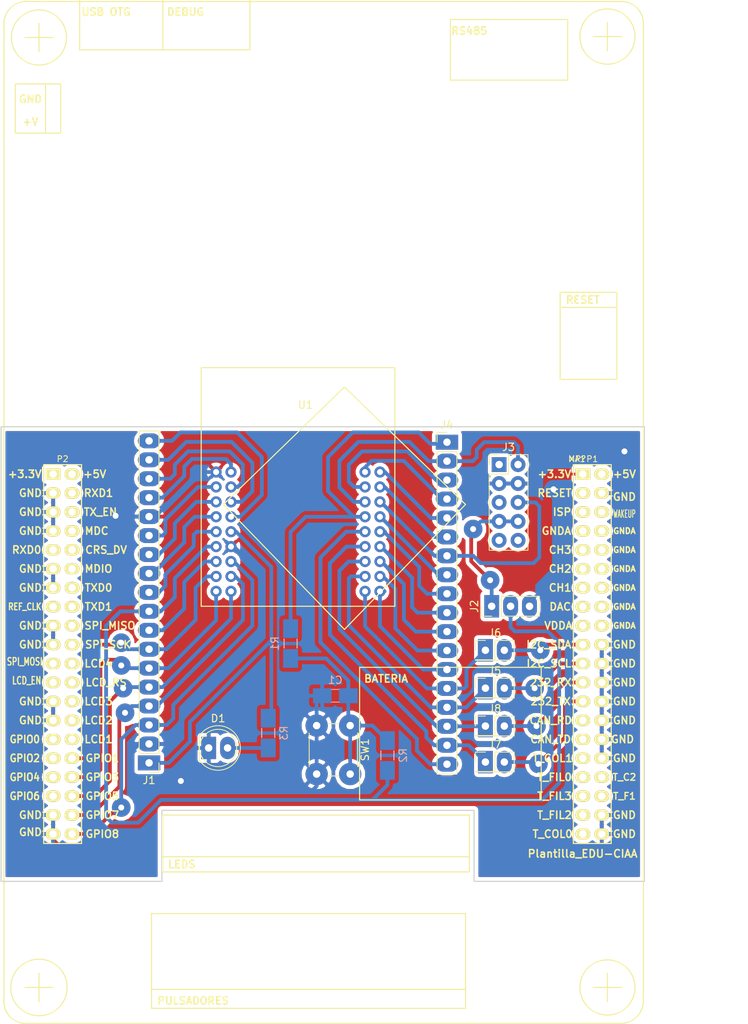
<source format=kicad_pcb>
(kicad_pcb (version 4) (host pcbnew 4.0.6-e0-6349~52~ubuntu17.04.1)
  (title_block (title "Poncho Chico - Modelo - Ejemplo - Template") (date "lun 05 oct 2015") (rev 1.0) (company "Proyecto CIAA - COMPUTADORA INDUSTRIAL ABIERTA ARGENTINA") (comment 1 https://github.com/ciaa/Ponchos/tree/master/modelos/doc) (comment 2 "Autores y Licencia del template (Diego Brengi - UNLaM)") (comment 3 "Autor del poncho (COMPLETAR NOMBRE Y APELLIDO). Ver directorio \"doc\"") (comment 4 "CÓDIGO PONCHO:"))
  (layers (0 F.Cu signal) (31 B.Cu signal) (34 B.Paste user) (35 F.Paste user) (36 B.SilkS user) (37 F.SilkS user) (38 B.Mask user) (39 F.Mask user) (44 Edge.Cuts user))
  (net 0 "")
  (net 1 +3.3V)
  (net 2 GND)
  (net 3 "Net-(C1-Pad1)")
  (net 4 "Net-(D1-Pad2)")
  (net 5 /ProgVcc)
  (net 6 /CiaaVcc)
  (net 7 /SWDIO)
  (net 8 /SWCLK)
  (net 9 /CiaaScl)
  (net 10 /CiaaSda)
  (net 11 /CiaaTx)
  (net 12 /CiaaRx)
  (net 13 /P21)
  (net 14 /P23)
  (net 15 /P25)
  (net 16 /P27)
  (net 17 /P28)
  (net 18 /P26)
  (net 19 /P24)
  (net 20 /P22)
  (net 21 /P17)
  (net 22 /P13)
  (net 23 /P06)
  (net 24 /P12)
  (net 25 /P14)
  (net 26 /P16)
  (net 27 /P19)
  (net 28 /P30)
  (net 29 /P18)
  (net 30 /P20)
  (net 31 /P10)
  (net 32 /P08)
  (net 33 "Net-(J3-Pad1)")
  (net 34 "Net-(J3-Pad5)")
  (net 35 "Net-(J3-Pad9)")
  (net 36 "Net-(J3-Pad10)")
  (net 37 "Net-(XA1-Pad2)")
  (net 38 "Net-(XA1-Pad41)")
  (net 39 "Net-(XA1-Pad42)")
  (net 40 "Net-(XA1-Pad69)")
  (net 41 "Net-(XA1-Pad71)")
  (net 42 "Net-(XA1-Pad73)")
  (net 43 "Net-(XA1-Pad75)")
  (net 44 "/LedCont(P29)")
  (net 45 "/GPIO5(P00)")
  (net 46 "/GPIO4(P02)")
  (net 47 "/GPIO3(P04)")
  (net 48 "/GPIO2(P03)")
  (net 49 "/GPIO1(P01)")
  (net 50 "/BtnCont(P15)")
  (net 51 "/n51Sda(P05)")
  (net 52 "/n51Scl(P07)")
  (net 53 "/n51Tx(P09)")
  (net 54 "/n51Rx(P11)")
  (module Poncho_Esqueleto:Plantilla_EDU-CIAA (layer F.Cu) (at 142.24 81.28)
    (fp_text reference MP? (at -0.762 -2.032) (layer F.SilkS) (effects (font (size 0.8 0.8) (thickness 0.12))))
    (fp_text value Plantilla_EDU-CIAA (at -0.03 50.9) (layer F.SilkS) (effects (font (size 1.016 1.016) (thickness 0.2032))))
    (fp_text user GND (at -74.168 -50.292) (layer F.SilkS) (effects (font (thickness 0.2))))
    (fp_text user +V (at -74.168 -47.244) (layer F.SilkS) (effects (font (thickness 0.2))))
    (fp_text user DEBUG (at -53.34 -61.976) (layer F.SilkS) (effects (font (thickness 0.2))))
    (fp_text user "USB OTG" (at -64.008 -61.976) (layer F.SilkS) (effects (font (thickness 0.2))))
    (fp_text user RS485 (at -15.24 -59.436) (layer F.SilkS) (effects (font (thickness 0.2))))
    (fp_text user RESET (at 0 -23.368) (layer F.SilkS) (effects (font (thickness 0.2))))
    (fp_text user BATERIA (at -26.416 27.432) (layer F.SilkS) (effects (font (thickness 0.2))))
    (fp_text user LEDS (at -53.848 52.324) (layer F.SilkS) (effects (font (thickness 0.2))))
    (fp_text user PULSADORES (at -52.324 70.612) (layer F.SilkS) (effects (font (thickness 0.2))))
  )
  (module footprints:Conn_Poncho_Chico (layer F.Cu) (at 142.24 81.28)
    (fp_text reference XA1 (at -0.762 -2.032) (layer F.SilkS) (effects (font (size 0.8 0.8) (thickness 0.12))))
    (fp_text value Conn_PonchoMP_2x_20x2 hide)
    (fp_text user GPIO8 (at -64.516 48.26) (layer F.SilkS) (effects (font (thickness 0.2))))
    (fp_text user GPIO7 (at -64.516 45.72) (layer F.SilkS) (effects (font (thickness 0.2))))
    (fp_text user GPIO5 (at -64.516 43.18) (layer F.SilkS) (effects (font (thickness 0.2))))
    (fp_text user GPIO3 (at -64.516 40.64) (layer F.SilkS) (effects (font (thickness 0.2))))
    (fp_text user GPIO1 (at -64.516 38.1) (layer F.SilkS) (effects (font (thickness 0.2))))
    (fp_text user LCD1 (at -65.024 35.56) (layer F.SilkS) (effects (font (thickness 0.2))))
    (fp_text user LCD2 (at -65.024 33.02) (layer F.SilkS) (effects (font (thickness 0.2))))
    (fp_text user LCD3 (at -65.024 30.48) (layer F.SilkS) (effects (font (thickness 0.2))))
    (fp_text user LCD_RS (at -64.008 27.94) (layer F.SilkS) (effects (font (thickness 0.2))))
    (fp_text user LCD4 (at -65.024 25.4) (layer F.SilkS) (effects (font (thickness 0.2))))
    (fp_text user SPI_SCK (at -63.754 22.86) (layer F.SilkS) (effects (font (thickness 0.2))))
    (fp_text user SPI_MISO (at -63.5 20.32) (layer F.SilkS) (effects (font (thickness 0.2))))
    (fp_text user TXD1 (at -65.024 17.78) (layer F.SilkS) (effects (font (thickness 0.2))))
    (fp_text user TXD0 (at -65.024 15.24) (layer F.SilkS) (effects (font (thickness 0.2))))
    (fp_text user MDIO (at -65.024 12.7) (layer F.SilkS) (effects (font (thickness 0.2))))
    (fp_text user CRS_DV (at -64.008 10.16) (layer F.SilkS) (effects (font (thickness 0.2))))
    (fp_text user MDC (at -65.278 7.62) (layer F.SilkS) (effects (font (thickness 0.2))))
    (fp_text user TX_EN (at -64.77 5.08) (layer F.SilkS) (effects (font (thickness 0.2))))
    (fp_text user RXD1 (at -65.024 2.54) (layer F.SilkS) (effects (font (thickness 0.2))))
    (fp_text user +5V (at -65.532 0) (layer F.SilkS) (effects (font (thickness 0.2))))
    (fp_text user GND (at -74.168 48.006) (layer F.SilkS) (effects (font (thickness 0.2))))
    (fp_text user GND (at -74.168 45.72) (layer F.SilkS) (effects (font (thickness 0.2))))
    (fp_text user GPIO6 (at -74.93 43.18) (layer F.SilkS) (effects (font (size 1 0.9) (thickness 0.2))))
    (fp_text user GPIO4 (at -74.93 40.64) (layer F.SilkS) (effects (font (size 1 0.9) (thickness 0.2))))
    (fp_text user GPIO2 (at -74.93 38.1) (layer F.SilkS) (effects (font (size 1 0.9) (thickness 0.2))))
    (fp_text user GPIO0 (at -74.93 35.56) (layer F.SilkS) (effects (font (size 1 0.9) (thickness 0.2))))
    (fp_text user GND (at -74.168 33.02) (layer F.SilkS) (effects (font (thickness 0.2))))
    (fp_text user GND (at -74.168 30.48) (layer F.SilkS) (effects (font (thickness 0.2))))
    (fp_text user LCD_EN (at -74.676 27.686) (layer F.SilkS) (effects (font (size 1 0.7) (thickness 0.17))))
    (fp_text user SPI_MOSI (at -74.93 25.146) (layer F.SilkS) (effects (font (size 1 0.7) (thickness 0.17))))
    (fp_text user GND (at -74.168 22.86) (layer F.SilkS) (effects (font (thickness 0.2))))
    (fp_text user GND (at -74.168 20.32) (layer F.SilkS) (effects (font (thickness 0.2))))
    (fp_text user REF_CLK (at -74.93 17.78) (layer F.SilkS) (effects (font (size 0.9 0.7) (thickness 0.175))))
    (fp_text user GND (at -74.168 15.24) (layer F.SilkS) (effects (font (thickness 0.2))))
    (fp_text user GND (at -74.168 12.7) (layer F.SilkS) (effects (font (thickness 0.2))))
    (fp_text user GND (at -74.168 7.62) (layer F.SilkS) (effects (font (thickness 0.2))))
    (fp_text user RXD0 (at -74.676 10.16) (layer F.SilkS) (effects (font (thickness 0.2))))
    (fp_text user GND (at -74.168 5.08) (layer F.SilkS) (effects (font (thickness 0.2))))
    (fp_text user GND (at -74.168 2.54) (layer F.SilkS) (effects (font (thickness 0.2))))
    (fp_text user +3.3V (at -74.93 0) (layer F.SilkS) (effects (font (thickness 0.2))))
    (fp_text user GND (at 5.588 48.26) (layer F.SilkS) (effects (font (thickness 0.2))))
    (fp_text user GND (at 5.588 45.72) (layer F.SilkS) (effects (font (thickness 0.2))))
    (fp_text user T_F1 (at 5.588 43.18) (layer F.SilkS) (effects (font (size 0.9 0.9) (thickness 0.18))))
    (fp_text user T_C2 (at 5.588 40.64) (layer F.SilkS) (effects (font (size 0.9 0.9) (thickness 0.18))))
    (fp_text user GND (at 5.588 38.1) (layer F.SilkS) (effects (font (thickness 0.2))))
    (fp_text user GND (at 5.334 35.56) (layer F.SilkS) (effects (font (thickness 0.2))))
    (fp_text user GND (at 5.588 33.02) (layer F.SilkS) (effects (font (thickness 0.2))))
    (fp_text user GND (at 5.588 30.48) (layer F.SilkS) (effects (font (thickness 0.2))))
    (fp_text user GND (at 5.588 27.94) (layer F.SilkS) (effects (font (thickness 0.2))))
    (fp_text user GND (at 5.588 25.4) (layer F.SilkS) (effects (font (thickness 0.2))))
    (fp_text user GND (at 5.588 22.86) (layer F.SilkS) (effects (font (thickness 0.2))))
    (fp_text user GNDA (at 5.588 20.32) (layer F.SilkS) (effects (font (size 0.76 0.76) (thickness 0.19))))
    (fp_text user GNDA (at 5.588 17.78) (layer F.SilkS) (effects (font (size 0.76 0.76) (thickness 0.19))))
    (fp_text user GNDA (at 5.588 15.24) (layer F.SilkS) (effects (font (size 0.76 0.76) (thickness 0.19))))
    (fp_text user GNDA (at 5.588 12.7) (layer F.SilkS) (effects (font (size 0.76 0.76) (thickness 0.19))))
    (fp_text user GNDA (at 5.588 10.16) (layer F.SilkS) (effects (font (size 0.76 0.76) (thickness 0.19))))
    (fp_text user GNDA (at 5.588 7.62) (layer F.SilkS) (effects (font (size 0.76 0.76) (thickness 0.19))))
    (fp_text user WAKEUP (at 5.588 5.334) (layer F.SilkS) (effects (font (size 1 0.5) (thickness 0.125))))
    (fp_text user GND (at 5.588 3.048) (layer F.SilkS) (effects (font (thickness 0.2))))
    (fp_text user +5V (at 5.588 0) (layer F.SilkS) (effects (font (thickness 0.2))))
    (fp_text user T_COL0 (at -4.064 48.26) (layer F.SilkS) (effects (font (thickness 0.2))))
    (fp_text user T_FIL2 (at -3.81 45.72) (layer F.SilkS) (effects (font (thickness 0.2))))
    (fp_text user T_FIL3 (at -3.81 43.18) (layer F.SilkS) (effects (font (thickness 0.2))))
    (fp_text user T_FIL0 (at -3.81 40.64) (layer F.SilkS) (effects (font (thickness 0.2))))
    (fp_text user T_COL1 (at -4.064 38.1) (layer F.SilkS) (effects (font (thickness 0.2))))
    (fp_text user CAN_TD (at -4.318 35.56) (layer F.SilkS) (effects (font (thickness 0.2))))
    (fp_text user CAN_RD (at -4.318 33.02) (layer F.SilkS) (effects (font (thickness 0.2))))
    (fp_text user 232_TX (at -4.318 30.48) (layer F.SilkS) (effects (font (thickness 0.2))))
    (fp_text user 232_RX (at -4.318 27.94) (layer F.SilkS) (effects (font (thickness 0.2))))
    (fp_text user I2C_SCL (at -4.572 25.4) (layer F.SilkS) (effects (font (thickness 0.2))))
    (fp_text user I2C_SDA (at -4.572 22.86) (layer F.SilkS) (effects (font (thickness 0.2))))
    (fp_text user VDDA (at -3.302 20.32) (layer F.SilkS) (effects (font (thickness 0.2))))
    (fp_text user DAC (at -3.048 17.78) (layer F.SilkS) (effects (font (thickness 0.2))))
    (fp_text user CH1 (at -3.048 15.24) (layer F.SilkS) (effects (font (thickness 0.2))))
    (fp_text user CH2 (at -3.048 12.7) (layer F.SilkS) (effects (font (thickness 0.2))))
    (fp_text user CH3 (at -3.048 10.16) (layer F.SilkS) (effects (font (thickness 0.2))))
    (fp_text user GNDA (at -3.556 7.62) (layer F.SilkS) (effects (font (thickness 0.2))))
    (fp_text user ISP (at -2.794 5.08) (layer F.SilkS) (effects (font (thickness 0.2))))
    (fp_text user RESET (at -3.81 2.54) (layer F.SilkS) (effects (font (thickness 0.2))))
    (fp_text user P2 (at -69.85 -2.032) (layer F.SilkS) (effects (font (size 0.8 0.8) (thickness 0.12))))
    (fp_text user P1 (at 1.27 -2.032) (layer F.SilkS) (effects (font (size 0.8 0.8) (thickness 0.12))))
    (fp_text user +3.3V (at -3.81 0) (layer F.SilkS) (effects (font (thickness 0.2))))
    (pad 1 thru_hole rect (at 0 0 270) (size 1.524 2) (drill 1) (layers *.Cu *.Mask F.SilkS) (net 6 /CiaaVcc))
    (pad 2 thru_hole oval (at 2.54 0 270) (size 1.524 2) (drill 1) (layers *.Cu *.Mask F.SilkS) (net 37 "Net-(XA1-Pad2)"))
    (pad 11 thru_hole oval (at 0 12.7 270) (size 1.524 2) (drill 1) (layers *.Cu *.Mask F.SilkS))
    (pad 4 thru_hole oval (at 2.54 2.54 270) (size 1.524 2) (drill 1) (layers *.Cu *.Mask F.SilkS) (net 2 GND))
    (pad 13 thru_hole oval (at 0 15.24 270) (size 1.524 2) (drill 1) (layers *.Cu *.Mask F.SilkS))
    (pad 6 thru_hole oval (at 2.54 5.08 270) (size 1.524 2) (drill 1) (layers *.Cu *.Mask F.SilkS))
    (pad 15 thru_hole oval (at 0 17.78 270) (size 1.524 2) (drill 1) (layers *.Cu *.Mask F.SilkS))
    (pad 8 thru_hole oval (at 2.54 7.62 270) (size 1.524 2) (drill 1) (layers *.Cu *.Mask F.SilkS))
    (pad 17 thru_hole oval (at 0 20.32 270) (size 1.524 2) (drill 1) (layers *.Cu *.Mask F.SilkS))
    (pad 10 thru_hole oval (at 2.54 10.16 270) (size 1.524 2) (drill 1) (layers *.Cu *.Mask F.SilkS))
    (pad 19 thru_hole oval (at 0 22.86 270) (size 1.524 2) (drill 1) (layers *.Cu *.Mask F.SilkS) (net 10 /CiaaSda))
    (pad 12 thru_hole oval (at 2.54 12.7 270) (size 1.524 2) (drill 1) (layers *.Cu *.Mask F.SilkS))
    (pad 21 thru_hole oval (at 0 25.4 270) (size 1.524 2) (drill 1) (layers *.Cu *.Mask F.SilkS) (net 9 /CiaaScl))
    (pad 14 thru_hole oval (at 2.54 15.24 270) (size 1.524 2) (drill 1) (layers *.Cu *.Mask F.SilkS))
    (pad 23 thru_hole oval (at 0 27.94 270) (size 1.524 2) (drill 1) (layers *.Cu *.Mask F.SilkS) (net 12 /CiaaRx))
    (pad 16 thru_hole oval (at 2.54 17.78 270) (size 1.524 2) (drill 1) (layers *.Cu *.Mask F.SilkS))
    (pad 25 thru_hole oval (at 0 30.48 270) (size 1.524 2) (drill 1) (layers *.Cu *.Mask F.SilkS) (net 11 /CiaaTx))
    (pad 18 thru_hole oval (at 2.54 20.32 270) (size 1.524 2) (drill 1) (layers *.Cu *.Mask F.SilkS))
    (pad 27 thru_hole oval (at 0 33.02 270) (size 1.524 2) (drill 1) (layers *.Cu *.Mask F.SilkS))
    (pad 20 thru_hole oval (at 2.54 22.86 270) (size 1.524 2) (drill 1) (layers *.Cu *.Mask F.SilkS) (net 2 GND))
    (pad 29 thru_hole oval (at 0 35.56 270) (size 1.524 2) (drill 1) (layers *.Cu *.Mask F.SilkS))
    (pad 22 thru_hole oval (at 2.54 25.4 270) (size 1.524 2) (drill 1) (layers *.Cu *.Mask F.SilkS) (net 2 GND))
    (pad 31 thru_hole oval (at 0 38.1 270) (size 1.524 2) (drill 1) (layers *.Cu *.Mask F.SilkS))
    (pad 24 thru_hole oval (at 2.54 27.94 270) (size 1.524 2) (drill 1) (layers *.Cu *.Mask F.SilkS) (net 2 GND))
    (pad 26 thru_hole oval (at 2.54 30.48 270) (size 1.524 2) (drill 1) (layers *.Cu *.Mask F.SilkS) (net 2 GND))
    (pad 33 thru_hole oval (at 0 40.64 270) (size 1.524 2) (drill 1) (layers *.Cu *.Mask F.SilkS))
    (pad 28 thru_hole oval (at 2.54 33.02 270) (size 1.524 2) (drill 1) (layers *.Cu *.Mask F.SilkS) (net 2 GND))
    (pad 32 thru_hole oval (at 2.54 38.1 270) (size 1.524 2) (drill 1) (layers *.Cu *.Mask F.SilkS) (net 2 GND))
    (pad 34 thru_hole oval (at 2.54 40.64 270) (size 1.524 2) (drill 1) (layers *.Cu *.Mask F.SilkS))
    (pad 36 thru_hole oval (at 2.54 43.18 270) (size 1.524 2) (drill 1) (layers *.Cu *.Mask F.SilkS))
    (pad 38 thru_hole oval (at 2.54 45.72 270) (size 1.524 2) (drill 1) (layers *.Cu *.Mask F.SilkS) (net 2 GND))
    (pad 35 thru_hole oval (at 0 43.18 270) (size 1.524 2) (drill 1) (layers *.Cu *.Mask F.SilkS))
    (pad 37 thru_hole oval (at 0 45.72 270) (size 1.524 2) (drill 1) (layers *.Cu *.Mask F.SilkS))
    (pad 3 thru_hole oval (at 0 2.54 270) (size 1.524 2) (drill 1) (layers *.Cu *.Mask F.SilkS))
    (pad 5 thru_hole oval (at 0 5.08 270) (size 1.524 2) (drill 1) (layers *.Cu *.Mask F.SilkS))
    (pad 7 thru_hole oval (at 0 7.62 270) (size 1.524 2) (drill 1) (layers *.Cu *.Mask F.SilkS))
    (pad 9 thru_hole oval (at 0 10.16 270) (size 1.524 2) (drill 1) (layers *.Cu *.Mask F.SilkS))
    (pad 39 thru_hole oval (at 0 48.26 270) (size 1.524 2) (drill 1) (layers *.Cu *.Mask F.SilkS))
    (pad 40 thru_hole oval (at 2.54 48.26 270) (size 1.524 2) (drill 1) (layers *.Cu *.Mask F.SilkS) (net 2 GND))
    (pad 30 thru_hole oval (at 2.54 35.56 270) (size 1.524 2) (drill 1) (layers *.Cu *.Mask F.SilkS) (net 2 GND))
    (pad 41 thru_hole rect (at -71.12 0 270) (size 1.524 2) (drill 1) (layers *.Cu *.Mask F.SilkS) (net 38 "Net-(XA1-Pad41)"))
    (pad 42 thru_hole oval (at -68.58 0 270) (size 1.524 2) (drill 1) (layers *.Cu *.Mask F.SilkS) (net 39 "Net-(XA1-Pad42)"))
    (pad 43 thru_hole oval (at -71.12 2.54 270) (size 1.524 2) (drill 1) (layers *.Cu *.Mask F.SilkS) (net 2 GND))
    (pad 44 thru_hole oval (at -68.58 2.54 270) (size 1.524 2) (drill 1) (layers *.Cu *.Mask F.SilkS))
    (pad 45 thru_hole oval (at -71.12 5.08 270) (size 1.524 2) (drill 1) (layers *.Cu *.Mask F.SilkS) (net 2 GND))
    (pad 46 thru_hole oval (at -68.58 5.08 270) (size 1.524 2) (drill 1) (layers *.Cu *.Mask F.SilkS))
    (pad 47 thru_hole oval (at -71.12 7.62 270) (size 1.524 2) (drill 1) (layers *.Cu *.Mask F.SilkS) (net 2 GND))
    (pad 48 thru_hole oval (at -68.58 7.62 270) (size 1.524 2) (drill 1) (layers *.Cu *.Mask F.SilkS))
    (pad 49 thru_hole oval (at -71.12 10.16 270) (size 1.524 2) (drill 1) (layers *.Cu *.Mask F.SilkS))
    (pad 50 thru_hole oval (at -68.58 10.16 270) (size 1.524 2) (drill 1) (layers *.Cu *.Mask F.SilkS))
    (pad 51 thru_hole oval (at -71.12 12.7 270) (size 1.524 2) (drill 1) (layers *.Cu *.Mask F.SilkS) (net 2 GND))
    (pad 52 thru_hole oval (at -68.58 12.7 270) (size 1.524 2) (drill 1) (layers *.Cu *.Mask F.SilkS))
    (pad 53 thru_hole oval (at -71.12 15.24 270) (size 1.524 2) (drill 1) (layers *.Cu *.Mask F.SilkS) (net 2 GND))
    (pad 54 thru_hole oval (at -68.58 15.24 270) (size 1.524 2) (drill 1) (layers *.Cu *.Mask F.SilkS))
    (pad 55 thru_hole oval (at -71.12 17.78 270) (size 1.524 2) (drill 1) (layers *.Cu *.Mask F.SilkS))
    (pad 56 thru_hole oval (at -68.58 17.78 270) (size 1.524 2) (drill 1) (layers *.Cu *.Mask F.SilkS))
    (pad 57 thru_hole oval (at -71.12 20.32 270) (size 1.524 2) (drill 1) (layers *.Cu *.Mask F.SilkS) (net 2 GND))
    (pad 58 thru_hole oval (at -68.58 20.32 270) (size 1.524 2) (drill 1) (layers *.Cu *.Mask F.SilkS))
    (pad 59 thru_hole oval (at -71.12 22.86 270) (size 1.524 2) (drill 1) (layers *.Cu *.Mask F.SilkS) (net 2 GND))
    (pad 60 thru_hole oval (at -68.58 22.86 270) (size 1.524 2) (drill 1) (layers *.Cu *.Mask F.SilkS))
    (pad 61 thru_hole oval (at -71.12 25.4 270) (size 1.524 2) (drill 1) (layers *.Cu *.Mask F.SilkS))
    (pad 62 thru_hole oval (at -68.58 25.4 270) (size 1.524 2) (drill 1) (layers *.Cu *.Mask F.SilkS))
    (pad 63 thru_hole oval (at -71.12 27.94 270) (size 1.524 2) (drill 1) (layers *.Cu *.Mask F.SilkS))
    (pad 64 thru_hole oval (at -68.58 27.94 270) (size 1.524 2) (drill 1) (layers *.Cu *.Mask F.SilkS))
    (pad 65 thru_hole oval (at -71.12 30.48 270) (size 1.524 2) (drill 1) (layers *.Cu *.Mask F.SilkS) (net 2 GND))
    (pad 66 thru_hole oval (at -68.58 30.48 270) (size 1.524 2) (drill 1) (layers *.Cu *.Mask F.SilkS))
    (pad 67 thru_hole oval (at -71.12 33.02 270) (size 1.524 2) (drill 1) (layers *.Cu *.Mask F.SilkS) (net 2 GND))
    (pad 68 thru_hole oval (at -68.58 33.02 270) (size 1.524 2) (drill 1) (layers *.Cu *.Mask F.SilkS))
    (pad 69 thru_hole oval (at -71.12 35.56 270) (size 1.524 2) (drill 1) (layers *.Cu *.Mask F.SilkS) (net 40 "Net-(XA1-Pad69)"))
    (pad 70 thru_hole oval (at -68.58 35.56 270) (size 1.524 2) (drill 1) (layers *.Cu *.Mask F.SilkS))
    (pad 71 thru_hole oval (at -71.12 38.1 270) (size 1.524 2) (drill 1) (layers *.Cu *.Mask F.SilkS) (net 41 "Net-(XA1-Pad71)"))
    (pad 72 thru_hole oval (at -68.58 38.1 270) (size 1.524 2) (drill 1) (layers *.Cu *.Mask F.SilkS) (net 49 "/GPIO1(P01)"))
    (pad 73 thru_hole oval (at -71.12 40.64 270) (size 1.524 2) (drill 1) (layers *.Cu *.Mask F.SilkS) (net 42 "Net-(XA1-Pad73)"))
    (pad 74 thru_hole oval (at -68.58 40.64 270) (size 1.524 2) (drill 1) (layers *.Cu *.Mask F.SilkS) (net 48 "/GPIO2(P03)"))
    (pad 75 thru_hole oval (at -71.12 43.18 270) (size 1.524 2) (drill 1) (layers *.Cu *.Mask F.SilkS) (net 43 "Net-(XA1-Pad75)"))
    (pad 76 thru_hole oval (at -68.58 43.18 270) (size 1.524 2) (drill 1) (layers *.Cu *.Mask F.SilkS) (net 47 "/GPIO3(P04)"))
    (pad 77 thru_hole oval (at -71.12 45.72 270) (size 1.524 2) (drill 1) (layers *.Cu *.Mask F.SilkS) (net 2 GND))
    (pad 78 thru_hole oval (at -68.58 45.72 270) (size 1.524 2) (drill 1) (layers *.Cu *.Mask F.SilkS) (net 46 "/GPIO4(P02)"))
    (pad 79 thru_hole oval (at -71.12 48.26 270) (size 1.524 2) (drill 1) (layers *.Cu *.Mask F.SilkS) (net 2 GND))
    (pad 80 thru_hole oval (at -68.58 48.26 270) (size 1.524 2) (drill 1) (layers *.Cu *.Mask F.SilkS) (net 45 "/GPIO5(P00)"))
  )
  (module footprints:yunjia_nrf51822 (layer F.Cu) (at 93 81)
    (fp_text reference U1 (at 12 -9) (layer F.SilkS))
    (fp_text value yunjia_nrf51822)
    (pad 17 thru_hole circle (at 0 16) (size 1.5 1.5) (drill 0.8) (layers *.Cu *.Mask) (net 48 "/GPIO2(P03)"))
    (pad 18 thru_hole circle (at 2 16) (size 1.5 1.5) (drill 0.8) (layers *.Cu *.Mask) (net 47 "/GPIO3(P04)"))
    (pad 15 thru_hole circle (at 0 14) (size 1.5 1.5) (drill 0.8) (layers *.Cu *.Mask) (net 49 "/GPIO1(P01)"))
    (pad 16 thru_hole circle (at 2 14) (size 1.5 1.5) (drill 0.8) (layers *.Cu *.Mask) (net 46 "/GPIO4(P02)"))
    (pad 1 thru_hole circle (at 0 0) (size 1.5 1.5) (drill 0.8) (layers *.Cu *.Mask) (net 2 GND))
    (pad 2 thru_hole circle (at 2 0) (size 1.5 1.5) (drill 0.8) (layers *.Cu *.Mask) (net 13 /P21))
    (pad 3 thru_hole circle (at 0 2) (size 1.5 1.5) (drill 0.8) (layers *.Cu *.Mask) (net 20 /P22))
    (pad 4 thru_hole circle (at 2 2) (size 1.5 1.5) (drill 0.8) (layers *.Cu *.Mask) (net 14 /P23))
    (pad 5 thru_hole circle (at 0 4) (size 1.5 1.5) (drill 0.8) (layers *.Cu *.Mask) (net 19 /P24))
    (pad 6 thru_hole circle (at 2 4) (size 1.5 1.5) (drill 0.8) (layers *.Cu *.Mask) (net 15 /P25))
    (pad 7 thru_hole circle (at 0 6) (size 1.5 1.5) (drill 0.8) (layers *.Cu *.Mask) (net 18 /P26))
    (pad 8 thru_hole circle (at 2 6) (size 1.5 1.5) (drill 0.8) (layers *.Cu *.Mask) (net 16 /P27))
    (pad 9 thru_hole circle (at 0 8) (size 1.5 1.5) (drill 0.8) (layers *.Cu *.Mask) (net 17 /P28))
    (pad 10 thru_hole circle (at 2 8) (size 1.5 1.5) (drill 0.8) (layers *.Cu *.Mask) (net 44 "/LedCont(P29)"))
    (pad 11 thru_hole circle (at 0 10) (size 1.5 1.5) (drill 0.8) (layers *.Cu *.Mask) (net 1 +3.3V))
    (pad 12 thru_hole circle (at 2 10) (size 1.5 1.5) (drill 0.8) (layers *.Cu *.Mask) (net 2 GND))
    (pad 13 thru_hole circle (at 0 12) (size 1.5 1.5) (drill 0.8) (layers *.Cu *.Mask) (net 28 /P30))
    (pad 14 thru_hole circle (at 2 12) (size 1.5 1.5) (drill 0.8) (layers *.Cu *.Mask) (net 45 "/GPIO5(P00)"))
    (pad 20 thru_hole circle (at 22 0) (size 1.5 1.5) (drill 0.8) (layers *.Cu *.Mask) (net 30 /P20))
    (pad 19 thru_hole circle (at 20 0) (size 1.5 1.5) (drill 0.8) (layers *.Cu *.Mask) (net 29 /P18))
    (pad 21 thru_hole circle (at 20 2) (size 1.5 1.5) (drill 0.8) (layers *.Cu *.Mask) (net 21 /P17))
    (pad 22 thru_hole circle (at 22 2) (size 1.5 1.5) (drill 0.8) (layers *.Cu *.Mask) (net 27 /P19))
    (pad 23 thru_hole circle (at 20 4) (size 1.5 1.5) (drill 0.8) (layers *.Cu *.Mask) (net 7 /SWDIO))
    (pad 24 thru_hole circle (at 22 4) (size 1.5 1.5) (drill 0.8) (layers *.Cu *.Mask) (net 8 /SWCLK))
    (pad 25 thru_hole circle (at 20 6) (size 1.5 1.5) (drill 0.8) (layers *.Cu *.Mask) (net 50 "/BtnCont(P15)"))
    (pad 26 thru_hole circle (at 22 6) (size 1.5 1.5) (drill 0.8) (layers *.Cu *.Mask) (net 26 /P16))
    (pad 27 thru_hole circle (at 20 8) (size 1.5 1.5) (drill 0.8) (layers *.Cu *.Mask) (net 22 /P13))
    (pad 28 thru_hole circle (at 22 8) (size 1.5 1.5) (drill 0.8) (layers *.Cu *.Mask) (net 25 /P14))
    (pad 29 thru_hole circle (at 20 10) (size 1.5 1.5) (drill 0.8) (layers *.Cu *.Mask) (net 54 "/n51Rx(P11)"))
    (pad 30 thru_hole circle (at 22 10) (size 1.5 1.5) (drill 0.8) (layers *.Cu *.Mask) (net 24 /P12))
    (pad 31 thru_hole circle (at 20 12) (size 1.5 1.5) (drill 0.8) (layers *.Cu *.Mask) (net 53 "/n51Tx(P09)"))
    (pad 32 thru_hole circle (at 22 12) (size 1.5 1.5) (drill 0.8) (layers *.Cu *.Mask) (net 31 /P10))
    (pad 33 thru_hole circle (at 20 14) (size 1.5 1.5) (drill 0.8) (layers *.Cu *.Mask) (net 52 "/n51Scl(P07)"))
    (pad 34 thru_hole circle (at 22 14) (size 1.5 1.5) (drill 0.8) (layers *.Cu *.Mask) (net 32 /P08))
    (pad 35 thru_hole circle (at 20 16) (size 1.5 1.5) (drill 0.8) (layers *.Cu *.Mask) (net 51 "/n51Sda(P05)"))
    (pad 36 thru_hole circle (at 22 16) (size 1.5 1.5) (drill 0.8) (layers *.Cu *.Mask) (net 23 /P06))
  )
  (module footprints:SW_PUSH_6mm (layer F.Cu) (at 111 115 270)
    (fp_text reference SW1 (at 3.25 -2 270) (layer F.SilkS))
    (fp_text value SW_Push)
    (pad 2 thru_hole circle (at 0 4.5) (size 3 3) (drill 1) (layers *.Cu *.Mask) (net 2 GND))
    (pad 1 thru_hole circle (at 0 0) (size 3 3) (drill 1) (layers *.Cu *.Mask) (net 3 "Net-(C1-Pad1)"))
    (pad 2 thru_hole circle (at 6.5 4.5) (size 3 3) (drill 1) (layers *.Cu *.Mask) (net 2 GND))
    (pad 1 thru_hole circle (at 6.5 0) (size 3 3) (drill 1) (layers *.Cu *.Mask) (net 3 "Net-(C1-Pad1)"))
  )
  (module footprints:R_0805_HandSoldering (layer B.Cu) (at 100 116 90)
    (fp_text reference R3 (at 0 2.1 90) (layer B.SilkS) (effects (justify mirror)))
    (fp_text value 470R)
    (pad 1 smd rect (at -2 0 90) (size 2.5 2) (layers B.Cu B.Paste B.Mask) (net 4 "Net-(D1-Pad2)"))
    (pad 2 smd rect (at 2 0 90) (size 2.5 2) (layers B.Cu B.Paste B.Mask) (net 44 "/LedCont(P29)"))
  )
  (module footprints:R_0805_HandSoldering (layer B.Cu) (at 116 119 90)
    (fp_text reference R2 (at 0 2.1 90) (layer B.SilkS) (effects (justify mirror)))
    (fp_text value 10k)
    (pad 1 smd rect (at -2 0 90) (size 2.5 2) (layers B.Cu B.Paste B.Mask) (net 1 +3.3V))
    (pad 2 smd rect (at 2 0 90) (size 2.5 2) (layers B.Cu B.Paste B.Mask) (net 3 "Net-(C1-Pad1)"))
  )
  (module footprints:R_0805_HandSoldering (layer B.Cu) (at 103 104 270)
    (fp_text reference R1 (at 0 2.1 270) (layer B.SilkS) (effects (justify mirror)))
    (fp_text value 1k)
    (pad 1 smd rect (at -2 0 270) (size 2.5 2) (layers B.Cu B.Paste B.Mask) (net 50 "/BtnCont(P15)"))
    (pad 2 smd rect (at 2 0 270) (size 2.5 2) (layers B.Cu B.Paste B.Mask) (net 3 "Net-(C1-Pad1)"))
  )
  (module footprints:Pin_Header_Straight_2x01_Pitch2.54mm (layer F.Cu) (at 129.159 115.062)
    (fp_text reference J8 (at 1.27 -2.33) (layer F.SilkS))
    (fp_text value CONN_01X02)
    (pad 1 thru_hole rect (at 0 0) (size 2 3) (drill 1) (layers *.Cu *.Mask) (net 53 "/n51Tx(P09)"))
    (pad 2 thru_hole oval (at 2.54 0) (size 2 3) (drill 1) (layers *.Cu *.Mask) (net 12 /CiaaRx))
  )
  (module footprints:Pin_Header_Straight_2x01_Pitch2.54mm (layer F.Cu) (at 129.159 119.888)
    (fp_text reference J7 (at 1.27 -2.33) (layer F.SilkS))
    (fp_text value CONN_01X02)
    (pad 1 thru_hole rect (at 0 0) (size 2 3) (drill 1) (layers *.Cu *.Mask) (net 54 "/n51Rx(P11)"))
    (pad 2 thru_hole oval (at 2.54 0) (size 2 3) (drill 1) (layers *.Cu *.Mask) (net 11 /CiaaTx))
  )
  (module footprints:Pin_Header_Straight_2x01_Pitch2.54mm (layer F.Cu) (at 129.159 104.902)
    (fp_text reference J6 (at 1.27 -2.33) (layer F.SilkS))
    (fp_text value CONN_01X02)
    (pad 1 thru_hole rect (at 0 0) (size 2 3) (drill 1) (layers *.Cu *.Mask) (net 51 "/n51Sda(P05)"))
    (pad 2 thru_hole oval (at 2.54 0) (size 2 3) (drill 1) (layers *.Cu *.Mask) (net 10 /CiaaSda))
  )
  (module footprints:Pin_Header_Straight_2x01_Pitch2.54mm (layer F.Cu) (at 129.159 109.982)
    (fp_text reference J5 (at 1.27 -2.33) (layer F.SilkS))
    (fp_text value CONN_01X02)
    (pad 1 thru_hole rect (at 0 0) (size 2 3) (drill 1) (layers *.Cu *.Mask) (net 52 "/n51Scl(P07)"))
    (pad 2 thru_hole oval (at 2.54 0) (size 2 3) (drill 1) (layers *.Cu *.Mask) (net 9 /CiaaScl))
  )
  (module footprints:Pin_Header_Straight_1x18_Pitch2.54mm (layer F.Cu) (at 124 77)
    (fp_text reference J4 (at 0 -2.33) (layer F.SilkS))
    (fp_text value CONN_01X18)
    (pad 1 thru_hole rect (at 0 0) (size 3 2) (drill 1) (layers *.Cu *.Mask) (net 50 "/BtnCont(P15)"))
    (pad 2 thru_hole oval (at 0 2.54) (size 3 2) (drill 1) (layers *.Cu *.Mask) (net 7 /SWDIO))
    (pad 3 thru_hole oval (at 0 5.08) (size 3 2) (drill 1) (layers *.Cu *.Mask) (net 21 /P17))
    (pad 4 thru_hole oval (at 0 7.62) (size 3 2) (drill 1) (layers *.Cu *.Mask) (net 29 /P18))
    (pad 5 thru_hole oval (at 0 10.16) (size 3 2) (drill 1) (layers *.Cu *.Mask) (net 30 /P20))
    (pad 6 thru_hole oval (at 0 12.7) (size 3 2) (drill 1) (layers *.Cu *.Mask) (net 27 /P19))
    (pad 7 thru_hole oval (at 0 15.24) (size 3 2) (drill 1) (layers *.Cu *.Mask) (net 8 /SWCLK))
    (pad 8 thru_hole oval (at 0 17.78) (size 3 2) (drill 1) (layers *.Cu *.Mask) (net 26 /P16))
    (pad 9 thru_hole oval (at 0 20.32) (size 3 2) (drill 1) (layers *.Cu *.Mask) (net 25 /P14))
    (pad 10 thru_hole oval (at 0 22.86) (size 3 2) (drill 1) (layers *.Cu *.Mask) (net 24 /P12))
    (pad 11 thru_hole oval (at 0 25.4) (size 3 2) (drill 1) (layers *.Cu *.Mask) (net 31 /P10))
    (pad 12 thru_hole oval (at 0 27.94) (size 3 2) (drill 1) (layers *.Cu *.Mask) (net 32 /P08))
    (pad 13 thru_hole oval (at 0 30.48) (size 3 2) (drill 1) (layers *.Cu *.Mask) (net 23 /P06))
    (pad 14 thru_hole oval (at 0 33.02) (size 3 2) (drill 1) (layers *.Cu *.Mask) (net 51 "/n51Sda(P05)"))
    (pad 15 thru_hole oval (at 0 35.56) (size 3 2) (drill 1) (layers *.Cu *.Mask) (net 52 "/n51Scl(P07)"))
    (pad 16 thru_hole oval (at 0 38.1) (size 3 2) (drill 1) (layers *.Cu *.Mask) (net 53 "/n51Tx(P09)"))
    (pad 17 thru_hole oval (at 0 40.64) (size 3 2) (drill 1) (layers *.Cu *.Mask) (net 54 "/n51Rx(P11)"))
    (pad 18 thru_hole oval (at 0 43.18) (size 3 2) (drill 1) (layers *.Cu *.Mask) (net 22 /P13))
  )
  (module footprints:Pin_Header_Straight_2x05_Pitch2.54mm (layer F.Cu) (at 131 80)
    (fp_text reference J3 (at 1.27 -2.33) (layer F.SilkS))
    (fp_text value CONN_02X05)
    (pad 1 thru_hole rect (at 0 0) (size 2 2) (drill 1) (layers *.Cu *.Mask) (net 33 "Net-(J3-Pad1)"))
    (pad 2 thru_hole oval (at 2.54 0) (size 2 2) (drill 1) (layers *.Cu *.Mask) (net 7 /SWDIO))
    (pad 3 thru_hole oval (at 0 2.54) (size 2 2) (drill 1) (layers *.Cu *.Mask) (net 2 GND))
    (pad 4 thru_hole oval (at 2.54 2.54) (size 2 2) (drill 1) (layers *.Cu *.Mask) (net 2 GND))
    (pad 5 thru_hole oval (at 0 5.08) (size 2 2) (drill 1) (layers *.Cu *.Mask) (net 34 "Net-(J3-Pad5)"))
    (pad 6 thru_hole oval (at 2.54 5.08) (size 2 2) (drill 1) (layers *.Cu *.Mask) (net 8 /SWCLK))
    (pad 7 thru_hole oval (at 0 7.62) (size 2 2) (drill 1) (layers *.Cu *.Mask) (net 5 /ProgVcc))
    (pad 8 thru_hole oval (at 2.54 7.62) (size 2 2) (drill 1) (layers *.Cu *.Mask) (net 5 /ProgVcc))
    (pad 9 thru_hole oval (at 0 10.16) (size 2 2) (drill 1) (layers *.Cu *.Mask) (net 35 "Net-(J3-Pad9)"))
    (pad 10 thru_hole oval (at 2.54 10.16) (size 2 2) (drill 1) (layers *.Cu *.Mask) (net 36 "Net-(J3-Pad10)"))
  )
  (module footprints:Pin_Header_Straight_1x03_Pitch2.54mm (layer F.Cu) (at 130 99 90)
    (fp_text reference J2 (at 0 -2.33 90) (layer F.SilkS))
    (fp_text value CONN_01X03)
    (pad 1 thru_hole rect (at 0 0 90) (size 3 2) (drill 1) (layers *.Cu *.Mask) (net 5 /ProgVcc))
    (pad 2 thru_hole oval (at 0 2.54 90) (size 3 2) (drill 1) (layers *.Cu *.Mask) (net 1 +3.3V))
    (pad 3 thru_hole oval (at 0 5.08 90) (size 3 2) (drill 1) (layers *.Cu *.Mask) (net 6 /CiaaVcc))
  )
  (module footprints:Pin_Header_Straight_1x18_Pitch2.54mm (layer F.Cu) (at 84 120 180)
    (fp_text reference J1 (at 0 -2.33 180) (layer F.SilkS))
    (fp_text value CONN_01X18)
    (pad 1 thru_hole rect (at 0 0 180) (size 3 2) (drill 1) (layers *.Cu *.Mask) (net 44 "/LedCont(P29)"))
    (pad 2 thru_hole oval (at 0 2.54 180) (size 3 2) (drill 1) (layers *.Cu *.Mask) (net 2 GND))
    (pad 3 thru_hole oval (at 0 5.08 180) (size 3 2) (drill 1) (layers *.Cu *.Mask) (net 45 "/GPIO5(P00)"))
    (pad 4 thru_hole oval (at 0 7.62 180) (size 3 2) (drill 1) (layers *.Cu *.Mask) (net 46 "/GPIO4(P02)"))
    (pad 5 thru_hole oval (at 0 10.16 180) (size 3 2) (drill 1) (layers *.Cu *.Mask) (net 47 "/GPIO3(P04)"))
    (pad 6 thru_hole oval (at 0 12.7 180) (size 3 2) (drill 1) (layers *.Cu *.Mask) (net 48 "/GPIO2(P03)"))
    (pad 7 thru_hole oval (at 0 15.24 180) (size 3 2) (drill 1) (layers *.Cu *.Mask) (net 49 "/GPIO1(P01)"))
    (pad 8 thru_hole oval (at 0 17.78 180) (size 3 2) (drill 1) (layers *.Cu *.Mask) (net 28 /P30))
    (pad 9 thru_hole oval (at 0 20.32 180) (size 3 2) (drill 1) (layers *.Cu *.Mask) (net 1 +3.3V))
    (pad 10 thru_hole oval (at 0 22.86 180) (size 3 2) (drill 1) (layers *.Cu *.Mask) (net 17 /P28))
    (pad 11 thru_hole oval (at 0 25.4 180) (size 3 2) (drill 1) (layers *.Cu *.Mask) (net 18 /P26))
    (pad 12 thru_hole oval (at 0 27.94 180) (size 3 2) (drill 1) (layers *.Cu *.Mask) (net 19 /P24))
    (pad 13 thru_hole oval (at 0 30.48 180) (size 3 2) (drill 1) (layers *.Cu *.Mask) (net 20 /P22))
    (pad 14 thru_hole oval (at 0 33.02 180) (size 3 2) (drill 1) (layers *.Cu *.Mask) (net 2 GND))
    (pad 15 thru_hole oval (at 0 35.56 180) (size 3 2) (drill 1) (layers *.Cu *.Mask) (net 13 /P21))
    (pad 16 thru_hole oval (at 0 38.1 180) (size 3 2) (drill 1) (layers *.Cu *.Mask) (net 14 /P23))
    (pad 17 thru_hole oval (at 0 40.64 180) (size 3 2) (drill 1) (layers *.Cu *.Mask) (net 15 /P25))
    (pad 18 thru_hole oval (at 0 43.18 180) (size 3 2) (drill 1) (layers *.Cu *.Mask) (net 16 /P27))
  )
  (module footprints:LED_D5.0mm (layer F.Cu) (at 92 118)
    (fp_text reference D1 (at 1.27 -3.96) (layer F.SilkS))
    (fp_text value LED)
    (pad 1 thru_hole rect (at 0 0) (size 2 3) (drill 1) (layers *.Cu *.Mask) (net 2 GND))
    (pad 2 thru_hole oval (at 2.54 0) (size 2 3) (drill 1) (layers *.Cu *.Mask) (net 4 "Net-(D1-Pad2)"))
  )
  (module footprints:C_0805_HandSoldering (layer B.Cu) (at 109 111 180)
    (fp_text reference C1 (at 0 2.1 180) (layer B.SilkS) (effects (justify mirror)))
    (fp_text value 100n)
    (pad 1 smd rect (at -1.75 0 180) (size 2.5 2) (layers B.Cu B.Paste B.Mask) (net 3 "Net-(C1-Pad1)"))
    (pad 2 smd rect (at 1.75 0 180) (size 2.5 2) (layers B.Cu B.Paste B.Mask) (net 2 GND))
  )
  (gr_line (start 150.495 74.93) (end 64.135 74.93) (angle 90) (layer Edge.Cuts) (width 0.15))
  (gr_line (start 150.495 135.89) (end 150.495 74.93) (angle 90) (layer Edge.Cuts) (width 0.15))
  (gr_line (start 127.635 135.89) (end 150.495 135.89) (angle 90) (layer Edge.Cuts) (width 0.15))
  (gr_line (start 127.635 126.365) (end 127.635 135.89) (angle 90) (layer Edge.Cuts) (width 0.15))
  (gr_line (start 85.725 126.365) (end 127.635 126.365) (angle 90) (layer Edge.Cuts) (width 0.15))
  (gr_line (start 85.725 135.89) (end 85.725 126.365) (angle 90) (layer Edge.Cuts) (width 0.15))
  (gr_line (start 64.135 135.89) (end 85.725 135.89) (angle 90) (layer Edge.Cuts) (width 0.15))
  (gr_line (start 64.135 74.93) (end 64.135 135.89) (angle 90) (layer Edge.Cuts) (width 0.15))
  (segment (start 135.509 102.362) (end 137.541 102.362) (width 0.508) (layer B.Cu) (net 1))
  (segment (start 136.779 124.968) (end 133.731 124.968) (width 0.508) (layer B.Cu) (net 1))
  (segment (start 139.065 122.682) (end 136.779 124.968) (width 0.508) (layer B.Cu) (net 1))
  (segment (start 139.065 103.886) (end 139.065 122.682) (width 0.508) (layer B.Cu) (net 1))
  (segment (start 137.541 102.362) (end 139.065 103.886) (width 0.508) (layer B.Cu) (net 1))
  (segment (start 80.772 128.016) (end 82.55 128.016) (width 0.508) (layer B.Cu) (net 1))
  (segment (start 82.55 128.016) (end 85.598 124.968) (width 0.508) (layer B.Cu) (net 1))
  (segment (start 78.232 127) (end 78.232 127.254) (width 0.508) (layer B.Cu) (net 1))
  (segment (start 78.994 128.016) (end 80.772 128.016) (width 0.508) (layer B.Cu) (net 1))
  (segment (start 78.232 127.254) (end 78.994 128.016) (width 0.508) (layer B.Cu) (net 1))
  (segment (start 116 121) (end 116 122.968) (width 0.508) (layer B.Cu) (net 1))
  (segment (start 116 122.968) (end 114 124.968) (width 0.508) (layer B.Cu) (net 1))
  (segment (start 85.598 124.968) (end 97.032 124.968) (width 0.508) (layer B.Cu) (net 1))
  (segment (start 97.032 124.968) (end 99.568 124.968) (width 0.508) (layer B.Cu) (net 1))
  (segment (start 99.568 124.968) (end 114 124.968) (width 0.508) (layer B.Cu) (net 1))
  (segment (start 114 124.968) (end 117.968 124.968) (width 0.508) (layer B.Cu) (net 1))
  (segment (start 117.968 124.968) (end 133.731 124.968) (width 0.508) (layer B.Cu) (net 1))
  (segment (start 78.232 123.952) (end 78.232 127) (width 0.508) (layer B.Cu) (net 1))
  (segment (start 132.54 101.806) (end 132.54 99) (width 0.508) (layer B.Cu) (net 1))
  (segment (start 135.509 102.362) (end 133.096 102.362) (width 0.508) (layer B.Cu) (net 1))
  (segment (start 133.096 102.362) (end 132.54 101.806) (width 0.508) (layer B.Cu) (net 1))
  (segment (start 84 99.68) (end 80.152 99.68) (width 0.508) (layer B.Cu) (net 1))
  (segment (start 78.232 101.6) (end 78.232 123.952) (width 0.508) (layer B.Cu) (net 1))
  (segment (start 80.152 99.68) (end 78.232 101.6) (width 0.508) (layer B.Cu) (net 1))
  (segment (start 83.888 99.568) (end 84 99.68) (width 0.508) (layer B.Cu) (net 1))
  (segment (start 93 91) (end 91.706 91) (width 0.508) (layer B.Cu) (net 1))
  (segment (start 85.566 99.68) (end 84 99.68) (width 0.508) (layer B.Cu) (net 1))
  (segment (start 87.456 97.79) (end 85.566 99.68) (width 0.508) (layer B.Cu) (net 1))
  (segment (start 87.456 95.25) (end 87.456 97.79) (width 0.508) (layer B.Cu) (net 1))
  (segment (start 91.706 91) (end 87.456 95.25) (width 0.508) (layer B.Cu) (net 1))
  (segment (start 87.757 124.968) (end 87.757 122.936) (width 0.381) (layer F.Cu) (net 2))
  (segment (start 89.535 123.698) (end 89.916 123.698) (width 0.381) (layer B.Cu) (net 2))
  (segment (start 88.265 122.428) (end 89.535 123.698) (width 0.381) (layer B.Cu) (net 2))
  (via (at 88.265 122.428) (size 2.5) (drill 0.8) (layers F.Cu B.Cu) (net 2))
  (segment (start 87.757 122.936) (end 88.265 122.428) (width 0.381) (layer F.Cu) (net 2))
  (segment (start 84 117.46) (end 86.883 117.46) (width 0.508) (layer B.Cu) (net 2))
  (segment (start 88.265 116.078) (end 88.265 113.195) (width 0.508) (layer B.Cu) (net 2))
  (segment (start 86.883 117.46) (end 88.265 116.078) (width 0.508) (layer B.Cu) (net 2))
  (segment (start 92 118) (end 92 121.614) (width 0.508) (layer B.Cu) (net 2))
  (segment (start 92 121.614) (end 89.916 123.698) (width 0.508) (layer B.Cu) (net 2))
  (segment (start 99.14 100.076) (end 99.14 102.32) (width 0.508) (layer B.Cu) (net 2))
  (segment (start 99.14 94.742) (end 99.14 100.076) (width 0.508) (layer B.Cu) (net 2))
  (segment (start 95.398 91) (end 99.14 94.742) (width 0.508) (layer B.Cu) (net 2))
  (segment (start 99.14 102.32) (end 88.265 113.195) (width 0.508) (layer B.Cu) (net 2))
  (segment (start 94.488 123.698) (end 105.918 123.698) (width 0.508) (layer B.Cu) (net 2))
  (segment (start 106.5 123.116) (end 106.5 121.5) (width 0.508) (layer B.Cu) (net 2))
  (segment (start 105.918 123.698) (end 106.5 123.116) (width 0.508) (layer B.Cu) (net 2))
  (segment (start 90.677998 123.698) (end 94.488 123.698) (width 0.508) (layer B.Cu) (net 2))
  (segment (start 89.916 123.698) (end 90.677998 123.698) (width 0.508) (layer B.Cu) (net 2))
  (segment (start 82.692 117.46) (end 81.788 118.364) (width 0.508) (layer B.Cu) (net 2))
  (segment (start 82.804 123.698) (end 89.916 123.698) (width 0.508) (layer B.Cu) (net 2))
  (segment (start 81.788 122.682) (end 82.804 123.698) (width 0.508) (layer B.Cu) (net 2))
  (segment (start 81.788 118.364) (end 81.788 122.682) (width 0.508) (layer B.Cu) (net 2))
  (segment (start 84 117.46) (end 82.692 117.46) (width 0.508) (layer B.Cu) (net 2))
  (segment (start 106.5 115) (end 106.5 111.75) (width 0.508) (layer B.Cu) (net 2))
  (segment (start 106.5 111.75) (end 107.25 111) (width 0.508) (layer B.Cu) (net 2))
  (segment (start 106.5 121.5) (end 106.5 115) (width 0.508) (layer B.Cu) (net 2))
  (segment (start 106.5 111.75) (end 107.25 111) (width 0.508) (layer B.Cu) (net 2))
  (segment (start 71.12 129.54) (end 71.12 130.302) (width 0.508) (layer F.Cu) (net 2))
  (segment (start 71.12 130.302) (end 72.39 131.572) (width 0.508) (layer F.Cu) (net 2))
  (segment (start 147.32 132.588) (end 147.32 126.238) (width 0.508) (layer F.Cu) (net 2))
  (segment (start 146.558 133.35) (end 147.32 132.588) (width 0.508) (layer F.Cu) (net 2))
  (segment (start 134.62 133.35) (end 146.558 133.35) (width 0.508) (layer F.Cu) (net 2))
  (segment (start 132.08 130.81) (end 134.62 133.35) (width 0.508) (layer F.Cu) (net 2))
  (segment (start 132.08 127.762) (end 132.08 130.81) (width 0.508) (layer F.Cu) (net 2))
  (segment (start 129.286 124.968) (end 132.08 127.762) (width 0.508) (layer F.Cu) (net 2))
  (segment (start 85.598 124.968) (end 87.757 124.968) (width 0.508) (layer F.Cu) (net 2))
  (segment (start 87.757 124.968) (end 129.286 124.968) (width 0.508) (layer F.Cu) (net 2))
  (segment (start 78.994 131.572) (end 85.598 124.968) (width 0.508) (layer F.Cu) (net 2))
  (segment (start 72.39 131.572) (end 78.994 131.572) (width 0.508) (layer F.Cu) (net 2))
  (segment (start 133.54 82.54) (end 135.138 82.54) (width 0.508) (layer B.Cu) (net 2))
  (segment (start 147.32 78.74) (end 147.32 84.836) (width 0.508) (layer F.Cu) (net 2))
  (segment (start 147.828 78.232) (end 147.32 78.74) (width 0.508) (layer F.Cu) (net 2))
  (via (at 147.828 78.232) (size 2.5) (drill 0.8) (layers F.Cu B.Cu) (net 2))
  (segment (start 137.668 78.232) (end 147.828 78.232) (width 0.508) (layer B.Cu) (net 2))
  (segment (start 136.144 79.756) (end 137.668 78.232) (width 0.508) (layer B.Cu) (net 2))
  (segment (start 136.144 81.534) (end 136.144 79.756) (width 0.508) (layer B.Cu) (net 2))
  (segment (start 135.138 82.54) (end 136.144 81.534) (width 0.508) (layer B.Cu) (net 2))
  (segment (start 147.32 103.124) (end 147.32 126.238) (width 0.508) (layer F.Cu) (net 2))
  (segment (start 146.558 127) (end 144.78 127) (width 0.508) (layer F.Cu) (net 2))
  (segment (start 147.32 126.238) (end 146.558 127) (width 0.508) (layer F.Cu) (net 2))
  (segment (start 144.78 83.82) (end 146.304 83.82) (width 0.508) (layer F.Cu) (net 2))
  (segment (start 146.304 83.82) (end 147.32 84.836) (width 0.508) (layer F.Cu) (net 2))
  (segment (start 146.304 104.14) (end 144.78 104.14) (width 0.508) (layer F.Cu) (net 2))
  (segment (start 147.32 103.124) (end 146.304 104.14) (width 0.508) (layer F.Cu) (net 2))
  (segment (start 147.32 84.836) (end 147.32 103.124) (width 0.508) (layer F.Cu) (net 2))
  (segment (start 144.78 106.68) (end 144.78 104.14) (width 0.508) (layer F.Cu) (net 2))
  (segment (start 144.78 109.22) (end 144.78 106.68) (width 0.508) (layer F.Cu) (net 2))
  (segment (start 144.78 111.76) (end 144.78 109.22) (width 0.508) (layer F.Cu) (net 2))
  (segment (start 144.78 114.3) (end 144.78 111.76) (width 0.508) (layer F.Cu) (net 2))
  (segment (start 144.78 116.84) (end 144.78 114.3) (width 0.508) (layer F.Cu) (net 2))
  (segment (start 144.78 119.38) (end 144.78 116.84) (width 0.508) (layer F.Cu) (net 2))
  (segment (start 144.78 129.54) (end 144.78 127) (width 0.508) (layer F.Cu) (net 2))
  (segment (start 71.12 83.82) (end 69.596 83.82) (width 0.508) (layer F.Cu) (net 2))
  (segment (start 69.596 83.82) (end 68.072 82.296) (width 0.508) (layer F.Cu) (net 2))
  (segment (start 84 86.98) (end 79.614 86.98) (width 0.508) (layer B.Cu) (net 2))
  (segment (start 79.614 86.98) (end 79.502 86.868) (width 0.508) (layer B.Cu) (net 2))
  (via (at 79.502 86.868) (size 2.5) (drill 0.8) (layers F.Cu B.Cu) (net 2))
  (segment (start 79.502 86.868) (end 77.724 85.09) (width 0.508) (layer F.Cu) (net 2))
  (segment (start 77.724 85.09) (end 77.724 80.01) (width 0.508) (layer F.Cu) (net 2))
  (segment (start 77.724 80.01) (end 75.946 78.232) (width 0.508) (layer F.Cu) (net 2))
  (segment (start 75.946 78.232) (end 69.596 78.232) (width 0.508) (layer F.Cu) (net 2))
  (segment (start 69.596 78.232) (end 68.072 79.756) (width 0.508) (layer F.Cu) (net 2))
  (segment (start 68.072 79.756) (end 68.072 82.296) (width 0.508) (layer F.Cu) (net 2))
  (segment (start 68.072 82.296) (end 68.072 91.186) (width 0.508) (layer F.Cu) (net 2))
  (segment (start 68.072 91.186) (end 68.072 92.964) (width 0.508) (layer F.Cu) (net 2))
  (segment (start 68.072 109.474) (end 68.072 125.73) (width 0.508) (layer F.Cu) (net 2))
  (segment (start 69.342 127) (end 71.12 127) (width 0.508) (layer F.Cu) (net 2))
  (segment (start 68.072 125.73) (end 69.342 127) (width 0.508) (layer F.Cu) (net 2))
  (segment (start 68.072 100.33) (end 68.072 109.474) (width 0.508) (layer F.Cu) (net 2))
  (segment (start 68.072 109.474) (end 68.072 110.49) (width 0.508) (layer F.Cu) (net 2))
  (segment (start 69.342 111.76) (end 71.12 111.76) (width 0.508) (layer F.Cu) (net 2))
  (segment (start 68.072 110.49) (end 69.342 111.76) (width 0.508) (layer F.Cu) (net 2))
  (segment (start 68.072 92.964) (end 68.072 100.33) (width 0.508) (layer F.Cu) (net 2))
  (segment (start 69.342 101.6) (end 71.12 101.6) (width 0.508) (layer F.Cu) (net 2))
  (segment (start 68.072 100.33) (end 69.342 101.6) (width 0.508) (layer F.Cu) (net 2))
  (segment (start 69.088 93.98) (end 71.12 93.98) (width 0.508) (layer F.Cu) (net 2))
  (segment (start 68.072 92.964) (end 69.088 93.98) (width 0.508) (layer F.Cu) (net 2))
  (segment (start 71.12 114.3) (end 71.12 111.76) (width 0.508) (layer F.Cu) (net 2))
  (segment (start 71.12 129.54) (end 71.12 127) (width 0.508) (layer F.Cu) (net 2))
  (segment (start 71.12 101.6) (end 71.12 104.14) (width 0.508) (layer F.Cu) (net 2))
  (segment (start 71.12 93.98) (end 71.12 96.52) (width 0.508) (layer F.Cu) (net 2))
  (segment (start 71.12 86.36) (end 71.12 88.9) (width 0.508) (layer F.Cu) (net 2))
  (segment (start 71.12 83.82) (end 71.12 86.36) (width 0.508) (layer F.Cu) (net 2))
  (segment (start 133.54 82.54) (end 131 82.54) (width 0.508) (layer B.Cu) (net 2))
  (segment (start 95 91) (end 95.398 91) (width 0.508) (layer B.Cu) (net 2))
  (segment (start 84 86.98) (end 84.804 86.98) (width 0.508) (layer B.Cu) (net 2))
  (segment (start 84.804 86.98) (end 90.784 81) (width 0.508) (layer B.Cu) (net 2))
  (segment (start 90.784 81) (end 93 81) (width 0.508) (layer B.Cu) (net 2))
  (segment (start 111 121.5) (end 111 115) (width 0.508) (layer B.Cu) (net 3))
  (segment (start 111 115) (end 114 115) (width 0.508) (layer B.Cu) (net 3))
  (segment (start 114 115) (end 116 117) (width 0.508) (layer B.Cu) (net 3))
  (segment (start 110.75 111) (end 110.75 114.75) (width 0.508) (layer B.Cu) (net 3))
  (segment (start 110.75 114.75) (end 111 115) (width 0.508) (layer B.Cu) (net 3))
  (segment (start 103 106) (end 107.778 106) (width 0.508) (layer B.Cu) (net 3))
  (segment (start 110.75 108.972) (end 110.75 111) (width 0.508) (layer B.Cu) (net 3))
  (segment (start 107.778 106) (end 110.75 108.972) (width 0.508) (layer B.Cu) (net 3))
  (segment (start 100 118) (end 94.54 118) (width 0.508) (layer B.Cu) (net 4))
  (segment (start 95 118) (end 94.54 118) (width 0.508) (layer B.Cu) (net 4))
  (segment (start 131 87.62) (end 128.534 87.62) (width 0.508) (layer B.Cu) (net 5))
  (segment (start 130 95.71) (end 130 99) (width 0.508) (layer B.Cu) (net 5))
  (segment (start 129.794 95.504) (end 130 95.71) (width 0.508) (layer B.Cu) (net 5))
  (via (at 129.794 95.504) (size 2.5) (drill 0.8) (layers F.Cu B.Cu) (net 5))
  (segment (start 127.254 92.964) (end 129.794 95.504) (width 0.508) (layer F.Cu) (net 5))
  (segment (start 127.254 88.9) (end 127.254 92.964) (width 0.508) (layer F.Cu) (net 5))
  (segment (start 127.508 88.646) (end 127.254 88.9) (width 0.508) (layer F.Cu) (net 5))
  (via (at 127.508 88.646) (size 2.5) (drill 0.8) (layers F.Cu B.Cu) (net 5))
  (segment (start 128.534 87.62) (end 127.508 88.646) (width 0.508) (layer B.Cu) (net 5))
  (segment (start 133.54 87.62) (end 131 87.62) (width 0.508) (layer B.Cu) (net 5))
  (segment (start 142.24 81.28) (end 140.335 81.28) (width 0.381) (layer F.Cu) (net 6))
  (segment (start 138.303 95.25) (end 135.08 98.473) (width 0.381) (layer B.Cu) (net 6))
  (segment (start 138.303 90.932) (end 138.303 95.25) (width 0.381) (layer B.Cu) (net 6))
  (segment (start 138.303 83.312) (end 138.303 90.932) (width 0.381) (layer B.Cu) (net 6))
  (via (at 138.303 83.312) (size 2.5) (drill 0.8) (layers F.Cu B.Cu) (net 6))
  (segment (start 140.335 81.28) (end 138.303 83.312) (width 0.381) (layer F.Cu) (net 6))
  (segment (start 135.08 98.473) (end 135.08 99) (width 0.381) (layer B.Cu) (net 6))
  (segment (start 124 79.54) (end 127.46 79.54) (width 0.508) (layer B.Cu) (net 7))
  (segment (start 133.54 77.54) (end 133.54 80) (width 0.508) (layer B.Cu) (net 7))
  (segment (start 133 77) (end 133.54 77.54) (width 0.508) (layer B.Cu) (net 7))
  (segment (start 129 77) (end 133 77) (width 0.508) (layer B.Cu) (net 7))
  (segment (start 128 78) (end 129 77) (width 0.508) (layer B.Cu) (net 7))
  (segment (start 128 79) (end 128 78) (width 0.508) (layer B.Cu) (net 7))
  (segment (start 127.46 79.54) (end 128 79) (width 0.508) (layer B.Cu) (net 7))
  (segment (start 124 79.54) (end 121.53 79.54) (width 0.508) (layer B.Cu) (net 7))
  (segment (start 111.496 85) (end 113 85) (width 0.508) (layer B.Cu) (net 7))
  (segment (start 109.554 83.058) (end 111.496 85) (width 0.508) (layer B.Cu) (net 7))
  (segment (start 109.554 79.502) (end 109.554 83.058) (width 0.508) (layer B.Cu) (net 7))
  (segment (start 112.094 76.962) (end 109.554 79.502) (width 0.508) (layer B.Cu) (net 7))
  (segment (start 118.952 76.962) (end 112.094 76.962) (width 0.508) (layer B.Cu) (net 7))
  (segment (start 121.53 79.54) (end 118.952 76.962) (width 0.508) (layer B.Cu) (net 7))
  (segment (start 115 85) (end 115.099 85) (width 0.508) (layer B.Cu) (net 8))
  (segment (start 115.099 85) (end 122.339 92.24) (width 0.508) (layer B.Cu) (net 8))
  (segment (start 122.339 92.24) (end 124 92.24) (width 0.508) (layer B.Cu) (net 8))
  (segment (start 122.847 92.24) (end 124 92.24) (width 0.508) (layer B.Cu) (net 8))
  (segment (start 133.54 85.08) (end 135.88 85.08) (width 0.508) (layer B.Cu) (net 8))
  (segment (start 135.88 85.08) (end 136.398 85.598) (width 0.508) (layer B.Cu) (net 8))
  (segment (start 136.398 85.598) (end 136.398 92.456) (width 0.508) (layer B.Cu) (net 8))
  (segment (start 136.398 92.456) (end 135.636 93.218) (width 0.508) (layer B.Cu) (net 8))
  (segment (start 135.636 93.218) (end 128.524 93.218) (width 0.508) (layer B.Cu) (net 8))
  (segment (start 128.524 93.218) (end 127.546 92.24) (width 0.508) (layer B.Cu) (net 8))
  (segment (start 127.546 92.24) (end 124 92.24) (width 0.508) (layer B.Cu) (net 8))
  (segment (start 131.699 109.982) (end 135.763 109.982) (width 0.508) (layer B.Cu) (net 9))
  (segment (start 139.065 106.68) (end 142.24 106.68) (width 0.508) (layer F.Cu) (net 9))
  (segment (start 135.763 109.982) (end 139.065 106.68) (width 0.508) (layer F.Cu) (net 9))
  (via (at 135.763 109.982) (size 2.5) (drill 0.8) (layers F.Cu B.Cu) (net 9))
  (segment (start 131.699 104.902) (end 136.525 104.902) (width 0.508) (layer B.Cu) (net 10))
  (segment (start 137.287 104.14) (end 142.24 104.14) (width 0.508) (layer F.Cu) (net 10))
  (segment (start 136.525 104.902) (end 137.287 104.14) (width 0.508) (layer F.Cu) (net 10))
  (via (at 136.525 104.902) (size 2.5) (drill 0.8) (layers F.Cu B.Cu) (net 10))
  (segment (start 131.699 119.888) (end 136.017 119.888) (width 0.508) (layer B.Cu) (net 11))
  (segment (start 140.335 111.76) (end 142.24 111.76) (width 0.508) (layer F.Cu) (net 11))
  (segment (start 139.827 112.268) (end 140.335 111.76) (width 0.508) (layer F.Cu) (net 11))
  (segment (start 139.827 116.586) (end 139.827 112.268) (width 0.508) (layer F.Cu) (net 11))
  (segment (start 136.271 120.142) (end 139.827 116.586) (width 0.508) (layer F.Cu) (net 11))
  (via (at 136.271 120.142) (size 2.5) (drill 0.8) (layers F.Cu B.Cu) (net 11))
  (segment (start 136.017 119.888) (end 136.271 120.142) (width 0.508) (layer B.Cu) (net 11))
  (segment (start 131.699 115.062) (end 136.017 115.062) (width 0.508) (layer B.Cu) (net 12))
  (segment (start 139.827 109.22) (end 142.24 109.22) (width 0.508) (layer F.Cu) (net 12))
  (segment (start 138.557 110.49) (end 139.827 109.22) (width 0.508) (layer F.Cu) (net 12))
  (segment (start 138.557 112.522) (end 138.557 110.49) (width 0.508) (layer F.Cu) (net 12))
  (segment (start 136.017 115.062) (end 138.557 112.522) (width 0.508) (layer F.Cu) (net 12))
  (via (at 136.017 115.062) (size 2.5) (drill 0.8) (layers F.Cu B.Cu) (net 12))
  (segment (start 88.726 81.28) (end 88.726 81.534) (width 0.508) (layer B.Cu) (net 13))
  (segment (start 85.82 84.44) (end 84 84.44) (width 0.508) (layer B.Cu) (net 13))
  (segment (start 88.726 81.534) (end 85.82 84.44) (width 0.508) (layer B.Cu) (net 13))
  (segment (start 95 81) (end 95 79.934) (width 0.508) (layer B.Cu) (net 13))
  (segment (start 88.726 80.264) (end 88.726 81.28) (width 0.508) (layer B.Cu) (net 13))
  (segment (start 89.742 79.248) (end 88.726 80.264) (width 0.508) (layer B.Cu) (net 13))
  (segment (start 94.314 79.248) (end 89.742 79.248) (width 0.508) (layer B.Cu) (net 13))
  (segment (start 95 79.934) (end 94.314 79.248) (width 0.508) (layer B.Cu) (net 13))
  (segment (start 95 83) (end 95.896 83) (width 0.508) (layer B.Cu) (net 14))
  (segment (start 86.836 81.9) (end 84 81.9) (width 0.508) (layer B.Cu) (net 14))
  (segment (start 87.456 81.28) (end 86.836 81.9) (width 0.508) (layer B.Cu) (net 14))
  (segment (start 87.456 80.01) (end 87.456 81.28) (width 0.508) (layer B.Cu) (net 14))
  (segment (start 89.234002 78.231998) (end 87.456 80.01) (width 0.508) (layer B.Cu) (net 14))
  (segment (start 94.821998 78.231998) (end 89.234002 78.231998) (width 0.508) (layer B.Cu) (net 14))
  (segment (start 96.6 80.01) (end 94.821998 78.231998) (width 0.508) (layer B.Cu) (net 14))
  (segment (start 96.6 82.296) (end 96.6 80.01) (width 0.508) (layer B.Cu) (net 14))
  (segment (start 95.896 83) (end 96.6 82.296) (width 0.508) (layer B.Cu) (net 14))
  (segment (start 84 79.36) (end 86.582 79.36) (width 0.508) (layer B.Cu) (net 15))
  (segment (start 96.436 85) (end 95 85) (width 0.508) (layer B.Cu) (net 15))
  (segment (start 97.87 83.566) (end 96.436 85) (width 0.508) (layer B.Cu) (net 15))
  (segment (start 97.87 79.756) (end 97.87 83.566) (width 0.508) (layer B.Cu) (net 15))
  (segment (start 95.076 76.962) (end 97.87 79.756) (width 0.508) (layer B.Cu) (net 15))
  (segment (start 88.98 76.962) (end 95.076 76.962) (width 0.508) (layer B.Cu) (net 15))
  (segment (start 86.582 79.36) (end 88.98 76.962) (width 0.508) (layer B.Cu) (net 15))
  (segment (start 95 87) (end 96.214 87) (width 0.508) (layer B.Cu) (net 16))
  (segment (start 87.09 76.82) (end 84 76.82) (width 0.508) (layer B.Cu) (net 16))
  (segment (start 88.218 75.692) (end 87.09 76.82) (width 0.508) (layer B.Cu) (net 16))
  (segment (start 95.838 75.692) (end 88.218 75.692) (width 0.508) (layer B.Cu) (net 16))
  (segment (start 99.14 78.994) (end 95.838 75.692) (width 0.508) (layer B.Cu) (net 16))
  (segment (start 99.14 84.074) (end 99.14 78.994) (width 0.508) (layer B.Cu) (net 16))
  (segment (start 96.214 87) (end 99.14 84.074) (width 0.508) (layer B.Cu) (net 16))
  (segment (start 93 89) (end 90.404002 89) (width 0.508) (layer B.Cu) (net 17))
  (segment (start 85.312 97.14) (end 84 97.14) (width 0.508) (layer B.Cu) (net 17))
  (segment (start 86.186 96.266) (end 85.312 97.14) (width 0.508) (layer B.Cu) (net 17))
  (segment (start 86.186 94.742) (end 86.186 96.266) (width 0.508) (layer B.Cu) (net 17))
  (segment (start 89.996 90.932) (end 86.186 94.742) (width 0.508) (layer B.Cu) (net 17))
  (segment (start 89.996 89.408002) (end 89.996 90.932) (width 0.508) (layer B.Cu) (net 17))
  (segment (start 90.404002 89) (end 89.996 89.408002) (width 0.508) (layer B.Cu) (net 17))
  (segment (start 93 87) (end 90.118 87) (width 0.508) (layer B.Cu) (net 18))
  (segment (start 88.726 90.424) (end 84.55 94.6) (width 0.508) (layer B.Cu) (net 18))
  (segment (start 88.726 88.392) (end 88.726 90.424) (width 0.508) (layer B.Cu) (net 18))
  (segment (start 90.118 87) (end 88.726 88.392) (width 0.508) (layer B.Cu) (net 18))
  (segment (start 84.55 94.6) (end 84 94.6) (width 0.508) (layer B.Cu) (net 18))
  (segment (start 92.98 86.98) (end 93 87) (width 0.508) (layer B.Cu) (net 18))
  (segment (start 93 85) (end 90.34 85) (width 0.508) (layer B.Cu) (net 19))
  (segment (start 85.312 92.06) (end 84 92.06) (width 0.508) (layer B.Cu) (net 19))
  (segment (start 87.456 89.916) (end 85.312 92.06) (width 0.508) (layer B.Cu) (net 19))
  (segment (start 87.456 87.884) (end 87.456 89.916) (width 0.508) (layer B.Cu) (net 19))
  (segment (start 90.34 85) (end 87.456 87.884) (width 0.508) (layer B.Cu) (net 19))
  (segment (start 93 83) (end 90.562 83) (width 0.508) (layer B.Cu) (net 20))
  (segment (start 85.82 89.52) (end 84 89.52) (width 0.508) (layer B.Cu) (net 20))
  (segment (start 86.186 89.154) (end 85.82 89.52) (width 0.508) (layer B.Cu) (net 20))
  (segment (start 86.186 87.376) (end 86.186 89.154) (width 0.508) (layer B.Cu) (net 20))
  (segment (start 90.562 83) (end 86.186 87.376) (width 0.508) (layer B.Cu) (net 20))
  (segment (start 124 82.08) (end 122.546 82.08) (width 0.508) (layer B.Cu) (net 21))
  (segment (start 111.528 83) (end 113 83) (width 0.508) (layer B.Cu) (net 21))
  (segment (start 110.824 82.296) (end 111.528 83) (width 0.508) (layer B.Cu) (net 21))
  (segment (start 110.824 80.01) (end 110.824 82.296) (width 0.508) (layer B.Cu) (net 21))
  (segment (start 112.602 78.232) (end 110.824 80.01) (width 0.508) (layer B.Cu) (net 21))
  (segment (start 118.698 78.232) (end 112.602 78.232) (width 0.508) (layer B.Cu) (net 21))
  (segment (start 122.546 82.08) (end 118.698 78.232) (width 0.508) (layer B.Cu) (net 21))
  (segment (start 107.014 101.092) (end 107.014 103.839) (width 0.508) (layer B.Cu) (net 22))
  (segment (start 107.014 103.839) (end 119.968 116.793) (width 0.508) (layer B.Cu) (net 22))
  (segment (start 113 89) (end 110.47 89) (width 0.508) (layer B.Cu) (net 22))
  (segment (start 110.47 89) (end 107.014 92.456) (width 0.508) (layer B.Cu) (net 22))
  (segment (start 107.014 92.456) (end 107.014 101.092) (width 0.508) (layer B.Cu) (net 22))
  (segment (start 119.968 116.793) (end 119.968 118.364) (width 0.508) (layer B.Cu) (net 22))
  (segment (start 119.968 118.364) (end 121.784 120.18) (width 0.508) (layer B.Cu) (net 22))
  (segment (start 121.784 120.18) (end 124 120.18) (width 0.508) (layer B.Cu) (net 22))
  (segment (start 115 97) (end 115 101.665) (width 0.508) (layer B.Cu) (net 23))
  (segment (start 120.815 107.48) (end 124 107.48) (width 0.508) (layer B.Cu) (net 23))
  (segment (start 115 101.665) (end 120.815 107.48) (width 0.508) (layer B.Cu) (net 23))
  (segment (start 115 97) (end 115.622 97) (width 0.508) (layer B.Cu) (net 23))
  (segment (start 119.3215 95.1815) (end 119.3215 99.1285) (width 0.508) (layer B.Cu) (net 24))
  (segment (start 120.053 99.86) (end 124 99.86) (width 0.508) (layer B.Cu) (net 24))
  (segment (start 119.3215 99.1285) (end 120.053 99.86) (width 0.508) (layer B.Cu) (net 24))
  (segment (start 115.14 91) (end 119.3215 95.1815) (width 0.508) (layer B.Cu) (net 24))
  (segment (start 115 91) (end 115.14 91) (width 0.508) (layer B.Cu) (net 24))
  (segment (start 115 89) (end 115.543 89) (width 0.508) (layer B.Cu) (net 25))
  (segment (start 115.543 89) (end 120.269 93.726) (width 0.508) (layer B.Cu) (net 25))
  (segment (start 121.323 97.32) (end 124 97.32) (width 0.508) (layer B.Cu) (net 25))
  (segment (start 120.269 96.266) (end 121.323 97.32) (width 0.508) (layer B.Cu) (net 25))
  (segment (start 120.269 93.726) (end 120.269 96.266) (width 0.508) (layer B.Cu) (net 25))
  (segment (start 115 89) (end 115.68 89) (width 0.508) (layer B.Cu) (net 25))
  (segment (start 115 87) (end 115.067 87) (width 0.508) (layer B.Cu) (net 26))
  (segment (start 115.067 87) (end 122.847 94.78) (width 0.508) (layer B.Cu) (net 26))
  (segment (start 122.847 94.78) (end 124 94.78) (width 0.508) (layer B.Cu) (net 26))
  (segment (start 115 83) (end 115.639 83) (width 0.508) (layer B.Cu) (net 27))
  (segment (start 115.639 83) (end 122.339 89.7) (width 0.508) (layer B.Cu) (net 27))
  (segment (start 122.339 89.7) (end 124 89.7) (width 0.508) (layer B.Cu) (net 27))
  (segment (start 124 89.63) (end 124 89.7) (width 0.508) (layer B.Cu) (net 27))
  (segment (start 93 93) (end 91.484 93) (width 0.508) (layer B.Cu) (net 28))
  (segment (start 85.82 102.22) (end 84 102.22) (width 0.508) (layer B.Cu) (net 28))
  (segment (start 88.726 99.314) (end 85.82 102.22) (width 0.508) (layer B.Cu) (net 28))
  (segment (start 88.726 95.758) (end 88.726 99.314) (width 0.508) (layer B.Cu) (net 28))
  (segment (start 91.484 93) (end 88.726 95.758) (width 0.508) (layer B.Cu) (net 28))
  (segment (start 113 81) (end 113 80.374) (width 0.508) (layer B.Cu) (net 29))
  (segment (start 113 80.374) (end 113.872 79.502) (width 0.508) (layer B.Cu) (net 29))
  (segment (start 113.872 79.502) (end 118.19 79.502) (width 0.508) (layer B.Cu) (net 29))
  (segment (start 118.19 79.502) (end 123.308 84.62) (width 0.508) (layer B.Cu) (net 29))
  (segment (start 123.308 84.62) (end 124 84.62) (width 0.508) (layer B.Cu) (net 29))
  (segment (start 115 81) (end 115.671 81) (width 0.508) (layer B.Cu) (net 30))
  (segment (start 115.671 81) (end 121.831 87.16) (width 0.508) (layer B.Cu) (net 30))
  (segment (start 121.831 87.16) (end 124 87.16) (width 0.508) (layer B.Cu) (net 30))
  (segment (start 123.816 87.16) (end 124 87.16) (width 0.508) (layer B.Cu) (net 30))
  (segment (start 118.2135 96.0355) (end 118.2135 100.8145) (width 0.508) (layer B.Cu) (net 31))
  (segment (start 119.799 102.4) (end 124 102.4) (width 0.508) (layer B.Cu) (net 31))
  (segment (start 118.2135 100.8145) (end 119.799 102.4) (width 0.508) (layer B.Cu) (net 31))
  (segment (start 115.178 93) (end 118.2135 96.0355) (width 0.508) (layer B.Cu) (net 31))
  (segment (start 122.546 102.4) (end 124 102.4) (width 0.508) (layer B.Cu) (net 31))
  (segment (start 115 93) (end 115.178 93) (width 0.508) (layer B.Cu) (net 31))
  (segment (start 117.0705 96.6705) (end 117.0705 101.9575) (width 0.508) (layer B.Cu) (net 32))
  (segment (start 120.053 104.94) (end 124 104.94) (width 0.508) (layer B.Cu) (net 32))
  (segment (start 117.0705 101.9575) (end 120.053 104.94) (width 0.508) (layer B.Cu) (net 32))
  (segment (start 115.4 95) (end 117.0705 96.6705) (width 0.508) (layer B.Cu) (net 32))
  (segment (start 115 95) (end 115.4 95) (width 0.508) (layer B.Cu) (net 32))
  (segment (start 89.4905 114.5095) (end 89.4905 117.1385) (width 0.508) (layer B.Cu) (net 44))
  (segment (start 89.4905 117.1385) (end 87.757 118.872) (width 0.508) (layer B.Cu) (net 44))
  (segment (start 84 120) (end 86.629 120) (width 0.508) (layer B.Cu) (net 44))
  (segment (start 86.629 120) (end 87.757 118.872) (width 0.508) (layer B.Cu) (net 44))
  (segment (start 100.41 103.59) (end 100.41 113.59) (width 0.508) (layer B.Cu) (net 44))
  (segment (start 100.41 113.59) (end 100 114) (width 0.508) (layer B.Cu) (net 44))
  (segment (start 100.41 113.59) (end 100 114) (width 0.508) (layer B.Cu) (net 44))
  (segment (start 100.41 99.568) (end 100.41 103.59) (width 0.508) (layer B.Cu) (net 44))
  (segment (start 100.41 103.59) (end 89.4905 114.5095) (width 0.508) (layer B.Cu) (net 44))
  (segment (start 95.684 89) (end 95 89) (width 0.508) (layer B.Cu) (net 44))
  (segment (start 100.41 93.726) (end 95.684 89) (width 0.508) (layer B.Cu) (net 44))
  (segment (start 100.41 99.568) (end 100.41 93.726) (width 0.508) (layer B.Cu) (net 44))
  (segment (start 95.154 89.154) (end 95 89) (width 0.508) (layer B.Cu) (net 44))
  (segment (start 84 114.92) (end 86.375 114.92) (width 0.508) (layer B.Cu) (net 45))
  (segment (start 87.249 114.046) (end 87.249 112.221) (width 0.508) (layer B.Cu) (net 45))
  (segment (start 86.375 114.92) (end 87.249 114.046) (width 0.508) (layer B.Cu) (net 45))
  (segment (start 80.264 125.984) (end 80.264 116.84) (width 0.508) (layer B.Cu) (net 45))
  (segment (start 80.264 116.84) (end 81.788 115.316) (width 0.508) (layer B.Cu) (net 45))
  (segment (start 78.994 126.746) (end 79.502 126.746) (width 0.508) (layer F.Cu) (net 45))
  (via (at 80.264 125.984) (size 2.5) (drill 0.8) (layers F.Cu B.Cu) (net 45))
  (segment (start 79.502 126.746) (end 80.264 125.984) (width 0.508) (layer F.Cu) (net 45))
  (segment (start 84 114.92) (end 82.184 114.92) (width 0.508) (layer B.Cu) (net 45))
  (segment (start 82.184 114.92) (end 81.788 115.316) (width 0.508) (layer B.Cu) (net 45))
  (segment (start 76.2 129.54) (end 73.66 129.54) (width 0.508) (layer F.Cu) (net 45))
  (segment (start 78.994 126.746) (end 76.2 129.54) (width 0.508) (layer F.Cu) (net 45))
  (segment (start 83.858 115.062) (end 84 114.92) (width 0.508) (layer B.Cu) (net 45))
  (segment (start 95 93) (end 95.366 93) (width 0.508) (layer B.Cu) (net 45))
  (segment (start 95.366 93) (end 97.87 95.504) (width 0.508) (layer B.Cu) (net 45))
  (segment (start 97.87 101.6) (end 87.249 112.221) (width 0.508) (layer B.Cu) (net 45))
  (segment (start 97.87 95.504) (end 97.87 101.6) (width 0.508) (layer B.Cu) (net 45))
  (segment (start 84.55 114.92) (end 84 114.92) (width 0.508) (layer B.Cu) (net 45))
  (segment (start 84 112.38) (end 81.676 112.38) (width 0.508) (layer B.Cu) (net 46))
  (segment (start 76.2 127) (end 73.66 127) (width 0.508) (layer F.Cu) (net 46))
  (segment (start 80.01 123.19) (end 76.2 127) (width 0.508) (layer F.Cu) (net 46))
  (segment (start 80.01 114.046) (end 80.01 123.19) (width 0.508) (layer F.Cu) (net 46))
  (segment (start 80.772 113.284) (end 80.01 114.046) (width 0.508) (layer F.Cu) (net 46))
  (via (at 80.772 113.284) (size 2.5) (drill 0.8) (layers F.Cu B.Cu) (net 46))
  (segment (start 81.676 112.38) (end 80.772 113.284) (width 0.508) (layer B.Cu) (net 46))
  (segment (start 95 95) (end 95.588 95) (width 0.508) (layer B.Cu) (net 46))
  (segment (start 95.588 95) (end 96.6 96.012) (width 0.508) (layer B.Cu) (net 46))
  (segment (start 96.6 96.012) (end 96.6 100.838) (width 0.508) (layer B.Cu) (net 46))
  (segment (start 96.6 100.838) (end 85.058 112.38) (width 0.508) (layer B.Cu) (net 46))
  (segment (start 85.058 112.38) (end 84 112.38) (width 0.508) (layer B.Cu) (net 46))
  (segment (start 84 109.84) (end 80.66 109.84) (width 0.508) (layer B.Cu) (net 47))
  (segment (start 76.708 124.46) (end 73.66 124.46) (width 0.508) (layer F.Cu) (net 47))
  (segment (start 78.74 122.428) (end 76.708 124.46) (width 0.508) (layer F.Cu) (net 47))
  (segment (start 78.74 111.76) (end 78.74 122.428) (width 0.508) (layer F.Cu) (net 47))
  (segment (start 80.518 109.982) (end 78.74 111.76) (width 0.508) (layer F.Cu) (net 47))
  (via (at 80.518 109.982) (size 2.5) (drill 0.8) (layers F.Cu B.Cu) (net 47))
  (segment (start 80.66 109.84) (end 80.518 109.982) (width 0.508) (layer B.Cu) (net 47))
  (segment (start 73.66 124.46) (end 74.168 124.46) (width 0.508) (layer F.Cu) (net 47))
  (segment (start 95 97) (end 95 100.66) (width 0.508) (layer B.Cu) (net 47))
  (segment (start 95 100.66) (end 85.82 109.84) (width 0.508) (layer B.Cu) (net 47))
  (segment (start 85.82 109.84) (end 84 109.84) (width 0.508) (layer B.Cu) (net 47))
  (segment (start 84 107.3) (end 80.63 107.3) (width 0.508) (layer B.Cu) (net 48))
  (segment (start 76.454 121.92) (end 73.66 121.92) (width 0.508) (layer F.Cu) (net 48))
  (segment (start 77.47 120.904) (end 76.454 121.92) (width 0.508) (layer F.Cu) (net 48))
  (segment (start 77.47 106.934002) (end 77.47 120.904) (width 0.508) (layer F.Cu) (net 48))
  (segment (start 78.232002 106.172) (end 77.47 106.934002) (width 0.508) (layer F.Cu) (net 48))
  (segment (start 79.502 106.172) (end 78.232002 106.172) (width 0.508) (layer F.Cu) (net 48))
  (segment (start 80.264 106.934) (end 79.502 106.172) (width 0.508) (layer F.Cu) (net 48))
  (via (at 80.264 106.934) (size 2.5) (drill 0.8) (layers F.Cu B.Cu) (net 48))
  (segment (start 80.63 107.3) (end 80.264 106.934) (width 0.508) (layer B.Cu) (net 48))
  (segment (start 73.66 121.92) (end 74.422 121.92) (width 0.508) (layer F.Cu) (net 48))
  (segment (start 93 97) (end 93 100.882) (width 0.508) (layer B.Cu) (net 48))
  (segment (start 93 100.882) (end 86.582 107.3) (width 0.508) (layer B.Cu) (net 48))
  (segment (start 86.582 107.3) (end 84 107.3) (width 0.508) (layer B.Cu) (net 48))
  (segment (start 84 104.76) (end 81.138 104.76) (width 0.508) (layer B.Cu) (net 49))
  (segment (start 75.692 119.38) (end 73.66 119.38) (width 0.508) (layer F.Cu) (net 49))
  (segment (start 76.2 118.872) (end 75.692 119.38) (width 0.508) (layer F.Cu) (net 49))
  (segment (start 76.2 105.156) (end 76.2 118.872) (width 0.508) (layer F.Cu) (net 49))
  (segment (start 77.216 104.14) (end 76.2 105.156) (width 0.508) (layer F.Cu) (net 49))
  (segment (start 80.01 104.14) (end 77.216 104.14) (width 0.508) (layer F.Cu) (net 49))
  (segment (start 80.264 103.886) (end 80.01 104.14) (width 0.508) (layer F.Cu) (net 49))
  (via (at 80.264 103.886) (size 2.5) (drill 0.8) (layers F.Cu B.Cu) (net 49))
  (segment (start 81.138 104.76) (end 80.264 103.886) (width 0.508) (layer B.Cu) (net 49))
  (segment (start 93 95) (end 91.77 95) (width 0.508) (layer B.Cu) (net 49))
  (segment (start 86.328 104.76) (end 84 104.76) (width 0.508) (layer B.Cu) (net 49))
  (segment (start 90.25 100.838) (end 86.328 104.76) (width 0.508) (layer B.Cu) (net 49))
  (segment (start 90.25 96.52) (end 90.25 100.838) (width 0.508) (layer B.Cu) (net 49))
  (segment (start 91.77 95) (end 90.25 96.52) (width 0.508) (layer B.Cu) (net 49))
  (segment (start 113 87) (end 105.024 87) (width 0.508) (layer B.Cu) (net 50))
  (segment (start 103 89.024) (end 103 102) (width 0.508) (layer B.Cu) (net 50))
  (segment (start 105.024 87) (end 103 89.024) (width 0.508) (layer B.Cu) (net 50))
  (segment (start 113 87) (end 111.464 87) (width 0.508) (layer B.Cu) (net 50))
  (segment (start 121.746 77.216) (end 123.784 77.216) (width 0.508) (layer B.Cu) (net 50))
  (segment (start 120.222 75.692) (end 121.746 77.216) (width 0.508) (layer B.Cu) (net 50))
  (segment (start 111.332 75.692) (end 120.222 75.692) (width 0.508) (layer B.Cu) (net 50))
  (segment (start 108.03 78.994) (end 111.332 75.692) (width 0.508) (layer B.Cu) (net 50))
  (segment (start 108.03 83.566) (end 108.03 78.994) (width 0.508) (layer B.Cu) (net 50))
  (segment (start 111.464 87) (end 108.03 83.566) (width 0.508) (layer B.Cu) (net 50))
  (segment (start 123.784 77.216) (end 124 77) (width 0.508) (layer B.Cu) (net 50))
  (segment (start 124 110.02) (end 126.327 110.02) (width 0.508) (layer B.Cu) (net 51))
  (segment (start 126.619 107.442) (end 129.159 104.902) (width 0.508) (layer B.Cu) (net 51))
  (segment (start 126.619 109.728) (end 126.619 107.442) (width 0.508) (layer B.Cu) (net 51))
  (segment (start 126.327 110.02) (end 126.619 109.728) (width 0.508) (layer B.Cu) (net 51))
  (segment (start 113 97) (end 113 101.697) (width 0.508) (layer B.Cu) (net 51))
  (segment (start 121.323 110.02) (end 124 110.02) (width 0.508) (layer B.Cu) (net 51))
  (segment (start 113 101.697) (end 121.323 110.02) (width 0.508) (layer B.Cu) (net 51))
  (segment (start 124 110.02) (end 122.546 110.02) (width 0.508) (layer B.Cu) (net 51))
  (segment (start 124 110.02) (end 124.676 110.02) (width 0.508) (layer B.Cu) (net 51))
  (segment (start 124 112.56) (end 126.581 112.56) (width 0.508) (layer B.Cu) (net 52))
  (segment (start 126.581 112.56) (end 129.159 109.982) (width 0.508) (layer B.Cu) (net 52))
  (segment (start 110.824 99.06) (end 110.824 101.553) (width 0.508) (layer B.Cu) (net 52))
  (segment (start 121.831 112.56) (end 124 112.56) (width 0.508) (layer B.Cu) (net 52))
  (segment (start 110.824 101.553) (end 121.831 112.56) (width 0.508) (layer B.Cu) (net 52))
  (segment (start 111.074 95) (end 113 95) (width 0.508) (layer B.Cu) (net 52))
  (segment (start 110.824 95.25) (end 111.074 95) (width 0.508) (layer B.Cu) (net 52))
  (segment (start 110.824 99.06) (end 110.824 95.25) (width 0.508) (layer B.Cu) (net 52))
  (segment (start 124 112.56) (end 123.308 112.56) (width 0.508) (layer B.Cu) (net 52))
  (segment (start 124 115.1) (end 129.121 115.1) (width 0.508) (layer B.Cu) (net 53))
  (segment (start 129.121 115.1) (end 129.159 115.062) (width 0.508) (layer B.Cu) (net 53))
  (segment (start 109.554 99.06) (end 109.554 102.061) (width 0.508) (layer B.Cu) (net 53))
  (segment (start 109.554 102.061) (end 122.593 115.1) (width 0.508) (layer B.Cu) (net 53))
  (segment (start 122.593 115.1) (end 124 115.1) (width 0.508) (layer B.Cu) (net 53))
  (segment (start 110.788 93) (end 113 93) (width 0.508) (layer B.Cu) (net 53))
  (segment (start 109.554 94.234) (end 110.788 93) (width 0.508) (layer B.Cu) (net 53))
  (segment (start 109.554 99.06) (end 109.554 94.234) (width 0.508) (layer B.Cu) (net 53))
  (segment (start 124 115.1) (end 124 115.03) (width 0.508) (layer B.Cu) (net 53))
  (segment (start 124 117.64) (end 126.911 117.64) (width 0.508) (layer B.Cu) (net 54))
  (segment (start 126.911 117.64) (end 129.159 119.888) (width 0.508) (layer B.Cu) (net 54))
  (segment (start 108.284 100.584) (end 108.284 102.823) (width 0.508) (layer B.Cu) (net 54))
  (segment (start 108.284 102.823) (end 121.238 115.777) (width 0.508) (layer B.Cu) (net 54))
  (segment (start 124 117.64) (end 122.292 117.64) (width 0.508) (layer B.Cu) (net 54))
  (segment (start 121.238 116.586) (end 121.238 115.777) (width 0.508) (layer B.Cu) (net 54))
  (segment (start 122.292 117.64) (end 121.238 116.586) (width 0.508) (layer B.Cu) (net 54))
  (segment (start 108.284 100.584) (end 108.284 93.218) (width 0.508) (layer B.Cu) (net 54))
  (segment (start 108.284 93.218) (end 110.502 91) (width 0.508) (layer B.Cu) (net 54))
  (segment (start 110.502 91) (end 113 91) (width 0.508) (layer B.Cu) (net 54))
  (segment (start 124 117.64) (end 124 117.57) (width 0.508) (layer B.Cu) (net 54))
  (segment (start 112.814 91.186) (end 113 91) (width 0.508) (layer B.Cu) (net 54))
  (zone (net 2) (net_name GND) (layer B.Cu) (connect_pads (clearance 0.508)) (min_thickness 0.254) (fill yes (arc_segments 16) (thermal_gap 0.508) (thermal_bridge_width 0.508))
    (polygon (pts (xy 150.495 135.89) (xy 127.635 135.89) (xy 127.635 126.365) (xy 85.725 126.365) (xy 85.725 135.89) (xy 64.135 135.89) (xy 64.135 74.93) (xy 150.495 74.93)))
  )
  (zone (net 2) (net_name GND) (layer F.Cu) (connect_pads (clearance 0.508)) (min_thickness 0.254) (fill yes (arc_segments 16) (thermal_gap 0.508) (thermal_bridge_width 0.508))
    (polygon (pts (xy 150.495 135.89) (xy 127.635 135.89) (xy 127.635 126.365) (xy 85.725 126.365) (xy 85.725 135.89) (xy 64.135 135.89) (xy 64.135 74.93) (xy 150.495 74.93)))
  )
)
</source>
